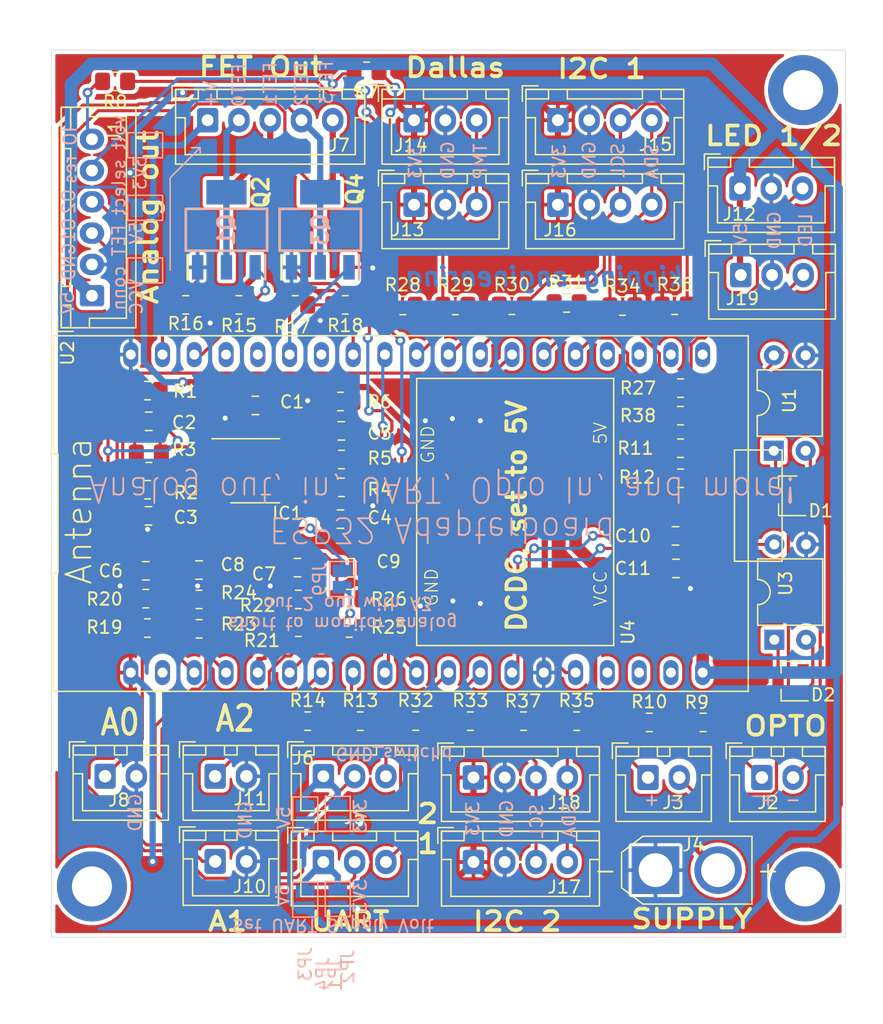
<source format=kicad_pcb>
(kicad_pcb (version 20171130) (host pcbnew "(5.1.9)-1")
  (layers (0 F.Cu signal) (31 B.Cu signal) (34 B.Paste user) (35 F.Paste user hide) (36 B.SilkS user hide) (37 F.SilkS user) (38 B.Mask user hide) (39 F.Mask user hide) (44 Edge.Cuts user))
  (net 0 "")
  (net 1 GND)
  (net 2 VCC)
  (net 3 "Net-(C2-Pad2)")
  (net 4 "Net-(C3-Pad1)")
  (net 5 "Net-(C4-Pad1)")
  (net 6 "Net-(C5-Pad2)")
  (net 7 A0)
  (net 8 A2)
  (net 9 A1)
  (net 10 A3)
  (net 11 "Net-(J1-Pad6)")
  (net 12 "Net-(J1-Pad5)")
  (net 13 +5V)
  (net 14 "Net-(J2-Pad1)")
  (net 15 "Net-(J3-Pad1)")
  (net 16 "Net-(J5-Pad3)")
  (net 17 FET_OUT_2)
  (net 18 "Net-(J5-Pad1)")
  (net 19 "Net-(J6-Pad3)")
  (net 20 FET_OUT_3)
  (net 21 "Net-(J6-Pad1)")
  (net 22 "Net-(J7-Pad3)")
  (net 23 "Net-(J7-Pad2)")
  (net 24 "Net-(J7-Pad1)")
  (net 25 "Net-(J8-Pad1)")
  (net 26 "Net-(J10-Pad1)")
  (net 27 "Net-(J11-Pad1)")
  (net 28 "Net-(J12-Pad3)")
  (net 29 "Net-(J13-Pad3)")
  (net 30 +3V3)
  (net 31 "Net-(J15-Pad4)")
  (net 32 "Net-(J15-Pad3)")
  (net 33 "Net-(J17-Pad4)")
  (net 34 "Net-(J17-Pad3)")
  (net 35 FET_0)
  (net 36 FET_1)
  (net 37 FET_2)
  (net 38 FET_3)
  (net 39 PWM1)
  (net 40 PWM2)
  (net 41 IO1)
  (net 42 IO2)
  (net 43 OPTO_IN_1)
  (net 44 OPTO_IN_2)
  (net 45 UART_A)
  (net 46 UART_B)
  (net 47 LED)
  (net 48 DALLAS)
  (net 49 SCL_1)
  (net 50 SDA_1)
  (net 51 SCL_2)
  (net 52 SDA_2)
  (net 53 "Net-(U2-Pad20)")
  (net 54 "Net-(U2-Pad18)")
  (net 55 "Net-(U2-Pad21)")
  (net 56 "Net-(U2-Pad17)")
  (net 57 "Net-(U2-Pad22)")
  (net 58 "Net-(U2-Pad16)")
  (net 59 "Net-(U2-Pad23)")
  (net 60 "Net-(U2-Pad32)")
  (net 61 "Net-(U2-Pad34)")
  (net 62 "Net-(U2-Pad35)")
  (net 63 "Net-(U2-Pad2)")
  (net 64 OUT_M1)
  (net 65 OUT_M2)
  (net 66 "Net-(J19-Pad3)")
  (net 67 LED2)
  (net 68 "Net-(D1-Pad3)")
  (net 69 "Net-(D1-Pad2)")
  (net 70 "Net-(D1-Pad1)")
  (net 71 "Net-(D2-Pad3)")
  (net 72 "Net-(D2-Pad2)")
  (net 73 "Net-(D2-Pad1)")
  (module MountingHole:MountingHole_3.2mm_M3_DIN965_Pad (layer F.Cu) (at 74.75 84.2)
    (fp_text reference H4 (at 0 -0.25) (layer F.SilkS))
    (fp_text value MountingHole)
    (pad 1 thru_hole circle (at 0 0) (size 5.6 5.6) (drill 3.2) (layers *.Cu *.Mask))
  )
  (module MountingHole:MountingHole_3.2mm_M3_DIN965_Pad (layer F.Cu) (at 131.75 84.2)
    (fp_text reference H3 (at 0 0) (layer F.SilkS))
    (fp_text value MountingHole)
    (pad 1 thru_hole circle (at 0 0) (size 5.6 5.6) (drill 3.2) (layers *.Cu *.Mask))
  )
  (module MountingHole:MountingHole_3.2mm_M3_DIN965_Pad (layer F.Cu) (at 131.6 20.6)
    (fp_text reference H2 (at 0 0) (layer F.SilkS))
    (fp_text value MountingHole)
    (pad 1 thru_hole circle (at 0 0) (size 5.6 5.6) (drill 3.2) (layers *.Cu *.Mask))
  )
  (module my:ESP32_NODEMCU (layer F.Cu) (at 100.711 54.4195)
    (fp_text reference U2 (at -27.911 -12.8195 90) (layer F.SilkS))
    (fp_text value NodeMCU32)
    (fp_text user Antenna (at -27 -0.2 90) (layer F.SilkS) (effects (font (size 2 2))))
    (pad 19 thru_hole oval (at 22.86 12.7) (size 1.2 2) (drill 0.8) (layers *.Cu *.Mask) (net 13 +5V))
    (pad 20 thru_hole oval (at 22.86 -12.7) (size 1.2 2) (drill 0.8) (layers *.Cu *.Mask) (net 53 "Net-(U2-Pad20)"))
    (pad 18 thru_hole oval (at 20.32 12.7) (size 1.2 2) (drill 0.8) (layers *.Cu *.Mask) (net 54 "Net-(U2-Pad18)"))
    (pad 21 thru_hole oval (at 20.32 -12.7) (size 1.2 2) (drill 0.8) (layers *.Cu *.Mask) (net 55 "Net-(U2-Pad21)"))
    (pad 17 thru_hole oval (at 17.78 12.7) (size 1.2 2) (drill 0.8) (layers *.Cu *.Mask) (net 56 "Net-(U2-Pad17)"))
    (pad 22 thru_hole oval (at 17.78 -12.7) (size 1.2 2) (drill 0.8) (layers *.Cu *.Mask) (net 57 "Net-(U2-Pad22)"))
    (pad 16 thru_hole oval (at 15.24 12.7) (size 1.2 2) (drill 0.8) (layers *.Cu *.Mask) (net 58 "Net-(U2-Pad16)"))
    (pad 23 thru_hole oval (at 15.24 -12.7) (size 1.2 2) (drill 0.8) (layers *.Cu *.Mask) (net 59 "Net-(U2-Pad23)"))
    (pad 15 thru_hole oval (at 12.7 12.7) (size 1.2 2) (drill 0.8) (layers *.Cu *.Mask) (net 43 OPTO_IN_1))
    (pad 24 thru_hole oval (at 12.7 -12.7) (size 1.2 2) (drill 0.8) (layers *.Cu *.Mask) (net 47 LED))
    (pad 14 thru_hole oval (at 10.16 12.7) (size 1.2 2) (drill 0.8) (layers *.Cu *.Mask) (net 1 GND))
    (pad 25 thru_hole oval (at 10.16 -12.7) (size 1.2 2) (drill 0.8) (layers *.Cu *.Mask) (net 67 LED2))
    (pad 13 thru_hole oval (at 7.62 12.7) (size 1.2 2) (drill 0.8) (layers *.Cu *.Mask) (net 44 OPTO_IN_2))
    (pad 26 thru_hole oval (at 7.62 -12.7) (size 1.2 2) (drill 0.8) (layers *.Cu *.Mask) (net 39 PWM1))
    (pad 12 thru_hole oval (at 5.08 12.7) (size 1.2 2) (drill 0.8) (layers *.Cu *.Mask) (net 52 SDA_2))
    (pad 27 thru_hole oval (at 5.08 -12.7) (size 1.2 2) (drill 0.8) (layers *.Cu *.Mask) (net 50 SDA_1))
    (pad 11 thru_hole oval (at 2.54 12.7) (size 1.2 2) (drill 0.8) (layers *.Cu *.Mask) (net 51 SCL_2))
    (pad 28 thru_hole oval (at 2.54 -12.7) (size 1.2 2) (drill 0.8) (layers *.Cu *.Mask) (net 49 SCL_1))
    (pad 10 thru_hole oval (at 0 12.7) (size 1.2 2) (drill 0.8) (layers *.Cu *.Mask) (net 41 IO1))
    (pad 29 thru_hole oval (at 0 -12.7) (size 1.2 2) (drill 0.8) (layers *.Cu *.Mask) (net 48 DALLAS))
    (pad 9 thru_hole oval (at -2.54 12.7) (size 1.2 2) (drill 0.8) (layers *.Cu *.Mask) (net 42 IO2))
    (pad 30 thru_hole oval (at -2.54 -12.7) (size 1.2 2) (drill 0.8) (layers *.Cu *.Mask) (net 40 PWM2))
    (pad 8 thru_hole oval (at -5.08 12.7) (size 1.2 2) (drill 0.8) (layers *.Cu *.Mask) (net 45 UART_A))
    (pad 31 thru_hole oval (at -5.08 -12.7) (size 1.2 2) (drill 0.8) (layers *.Cu *.Mask) (net 38 FET_3))
    (pad 7 thru_hole oval (at -7.62 12.7) (size 1.2 2) (drill 0.8) (layers *.Cu *.Mask) (net 46 UART_B))
    (pad 32 thru_hole oval (at -7.62 -12.7) (size 1.2 2) (drill 0.8) (layers *.Cu *.Mask) (net 60 "Net-(U2-Pad32)"))
    (pad 6 thru_hole oval (at -10.16 12.7) (size 1.2 2) (drill 0.8) (layers *.Cu *.Mask) (net 10 A3))
    (pad 33 thru_hole oval (at -10.16 -12.7) (size 1.2 2) (drill 0.8) (layers *.Cu *.Mask) (net 37 FET_2))
    (pad 5 thru_hole oval (at -12.7 12.7) (size 1.2 2) (drill 0.8) (layers *.Cu *.Mask) (net 8 A2))
    (pad 34 thru_hole oval (at -12.7 -12.7) (size 1.2 2) (drill 0.8) (layers *.Cu *.Mask) (net 61 "Net-(U2-Pad34)"))
    (pad 4 thru_hole oval (at -15.24 12.7) (size 1.2 2) (drill 0.8) (layers *.Cu *.Mask) (net 9 A1))
    (pad 35 thru_hole oval (at -15.24 -12.7) (size 1.2 2) (drill 0.8) (layers *.Cu *.Mask) (net 62 "Net-(U2-Pad35)"))
    (pad 3 thru_hole oval (at -17.78 12.7) (size 1.2 2) (drill 0.8) (layers *.Cu *.Mask) (net 7 A0))
    (pad 36 thru_hole oval (at -17.78 -12.7) (size 1.2 2) (drill 0.8) (layers *.Cu *.Mask) (net 35 FET_0))
    (pad 2 thru_hole oval (at -20.32 12.7) (size 1.2 2) (drill 0.8) (layers *.Cu *.Mask) (net 63 "Net-(U2-Pad2)"))
    (pad 37 thru_hole oval (at -20.32 -12.7) (size 1.2 2) (drill 0.8) (layers *.Cu *.Mask) (net 36 FET_1))
    (pad 1 thru_hole oval (at -22.86 12.7) (size 1.2 2) (drill 0.8) (layers *.Cu *.Mask) (net 30 +3V3))
    (pad 38 thru_hole oval (at -22.86 -12.7) (size 1.2 2) (drill 0.8) (layers *.Cu *.Mask) (net 1 GND))
  )
  (module Package_TO_SOT_SMD:SOT-23 (layer F.Cu) (at 130.6 67.8 180)
    (fp_text reference D2 (at -2.6 -1.1) (layer F.SilkS))
    (fp_text value BAS21)
    (pad 3 smd rect (at 1 0 180) (size 0.9 0.8) (layers F.Cu F.Paste F.Mask) (net 71 "Net-(D2-Pad3)"))
    (pad 2 smd rect (at -1 0.95 180) (size 0.9 0.8) (layers F.Cu F.Paste F.Mask) (net 72 "Net-(D2-Pad2)"))
    (pad 1 smd rect (at -1 -0.95 180) (size 0.9 0.8) (layers F.Cu F.Paste F.Mask) (net 73 "Net-(D2-Pad1)"))
  )
  (module Package_TO_SOT_SMD:SOT-23 (layer F.Cu) (at 130.4 53 180)
    (fp_text reference D1 (at -2.6 -1.2) (layer F.SilkS))
    (fp_text value BAS21)
    (pad 3 smd rect (at 1 0 180) (size 0.9 0.8) (layers F.Cu F.Paste F.Mask) (net 68 "Net-(D1-Pad3)"))
    (pad 2 smd rect (at -1 0.95 180) (size 0.9 0.8) (layers F.Cu F.Paste F.Mask) (net 69 "Net-(D1-Pad2)"))
    (pad 1 smd rect (at -1 -0.95 180) (size 0.9 0.8) (layers F.Cu F.Paste F.Mask) (net 70 "Net-(D1-Pad1)"))
  )
  (module Resistor_SMD:R_0805_2012Metric_Pad1.20x1.40mm_HandSolder (layer F.Cu) (at 121.8 46.6 180)
    (fp_text reference R38 (at 3.4 0) (layer F.SilkS))
    (fp_text value 100)
    (pad 2 smd roundrect (at 1 0 180) (size 1.2 1.4) (layers F.Cu F.Paste F.Mask) (roundrect_rratio 0.208333) (net 67 LED2))
    (pad 1 smd roundrect (at -1 0 180) (size 1.2 1.4) (layers F.Cu F.Paste F.Mask) (roundrect_rratio 0.208333) (net 66 "Net-(J19-Pad3)"))
  )
  (module Connector_JST:JST_XH_B3B-XH-A_1x03_P2.50mm_Vertical (layer F.Cu) (at 126.619 35.3695)
    (fp_text reference J19 (at 0.131 1.8805) (layer F.SilkS))
    (fp_text value LED)
    (pad 3 thru_hole oval (at 5 0) (size 1.7 1.95) (drill 0.95) (layers *.Cu *.Mask) (net 66 "Net-(J19-Pad3)"))
    (pad 2 thru_hole oval (at 2.5 0) (size 1.7 1.95) (drill 0.95) (layers *.Cu *.Mask) (net 1 GND))
    (pad 1 thru_hole roundrect (at 0 0) (size 1.7 1.95) (drill 0.95) (layers *.Cu *.Mask) (roundrect_rratio 0.147059) (net 13 +5V))
  )
  (module my:DCDC_1A_module_SMD (layer F.Cu) (at 107.315 55.3085 270)
    (fp_text reference U4 (at 8.5915 -10.285 90) (layer F.SilkS))
    (fp_text value DCDC_1A_Module)
    (pad 1 smd rect (at 8.09 -6.05 270) (size 2 6) (layers F.Cu F.Paste F.Mask) (net 2 VCC))
    (pad 3 smd rect (at 8.14 3.55 270) (size 2 6) (layers F.Cu F.Paste F.Mask) (net 1 GND))
    (pad 2 smd rect (at -10.2 -6.1 270) (size 2 6) (layers F.Cu F.Paste F.Mask) (net 13 +5V))
    (pad 3 smd rect (at -10.16 3.75 270) (size 2 6) (layers F.Cu F.Paste F.Mask) (net 1 GND))
  )
  (module Jumper:SolderJumper-2_P1.3mm_Open_Pad1.0x1.5mm (layer B.Cu) (at 94.75 59.65 270)
    (fp_text reference JP9 (at 0 1.8 270) (layer B.SilkS) (effects (justify mirror)))
    (fp_text value OUT_M2)
    (pad 1 smd rect (at -0.65 0 270) (size 1 1.5) (layers B.Cu B.Mask) (net 65 OUT_M2))
    (pad 2 smd rect (at 0.65 0 270) (size 1 1.5) (layers B.Cu B.Mask) (net 27 "Net-(J11-Pad1)"))
  )
  (module Capacitor_SMD:C_0805_2012Metric_Pad1.18x1.45mm_HandSolder (layer F.Cu) (at 121.4375 58.8)
    (fp_text reference C11 (at -3.4375 0) (layer F.SilkS))
    (fp_text value 100n)
    (pad 2 smd roundrect (at 1.0375 0) (size 1.175 1.45) (layers F.Cu F.Paste F.Mask) (roundrect_rratio 0.212766) (net 1 GND))
    (pad 1 smd roundrect (at -1.0375 0) (size 1.175 1.45) (layers F.Cu F.Paste F.Mask) (roundrect_rratio 0.212766) (net 44 OPTO_IN_2))
  )
  (module Capacitor_SMD:C_0805_2012Metric_Pad1.18x1.45mm_HandSolder (layer F.Cu) (at 121.4 56.2)
    (fp_text reference C10 (at -3.4 0) (layer F.SilkS))
    (fp_text value 100n)
    (pad 2 smd roundrect (at 1.0375 0) (size 1.175 1.45) (layers F.Cu F.Paste F.Mask) (roundrect_rratio 0.212766) (net 1 GND))
    (pad 1 smd roundrect (at -1.0375 0) (size 1.175 1.45) (layers F.Cu F.Paste F.Mask) (roundrect_rratio 0.212766) (net 43 OPTO_IN_1))
  )
  (module Package_DIP:DIP-4_W7.62mm (layer F.Cu) (at 129.3 64.5 90)
    (fp_text reference U3 (at 4.5 0.9 90) (layer F.SilkS))
    (fp_text value PC817)
    (pad 4 thru_hole oval (at 7.62 0 90) (size 1.6 1.6) (drill 0.8) (layers *.Cu *.Mask) (net 44 OPTO_IN_2))
    (pad 2 thru_hole oval (at 0 2.54 90) (size 1.6 1.6) (drill 0.8) (layers *.Cu *.Mask) (net 73 "Net-(D2-Pad1)"))
    (pad 3 thru_hole oval (at 7.62 2.54 90) (size 1.6 1.6) (drill 0.8) (layers *.Cu *.Mask) (net 1 GND))
    (pad 1 thru_hole rect (at 0 0 90) (size 1.6 1.6) (drill 0.8) (layers *.Cu *.Mask) (net 71 "Net-(D2-Pad3)"))
  )
  (module Package_DIP:DIP-4_W7.62mm (layer F.Cu) (at 129.26 49.4 90)
    (fp_text reference U1 (at 4 1.24 90) (layer F.SilkS))
    (fp_text value PC817)
    (pad 4 thru_hole oval (at 7.62 0 90) (size 1.6 1.6) (drill 0.8) (layers *.Cu *.Mask) (net 43 OPTO_IN_1))
    (pad 2 thru_hole oval (at 0 2.54 90) (size 1.6 1.6) (drill 0.8) (layers *.Cu *.Mask) (net 70 "Net-(D1-Pad1)"))
    (pad 3 thru_hole oval (at 7.62 2.54 90) (size 1.6 1.6) (drill 0.8) (layers *.Cu *.Mask) (net 1 GND))
    (pad 1 thru_hole rect (at 0 0 90) (size 1.6 1.6) (drill 0.8) (layers *.Cu *.Mask) (net 68 "Net-(D1-Pad3)"))
  )
  (module Resistor_SMD:R_0805_2012Metric_Pad1.20x1.40mm_HandSolder (layer F.Cu) (at 109.25 71 180)
    (fp_text reference R37 (at 0.05 1.6) (layer F.SilkS))
    (fp_text value 4k7)
    (pad 2 smd roundrect (at 1 0 180) (size 1.2 1.4) (layers F.Cu F.Paste F.Mask) (roundrect_rratio 0.208333) (net 34 "Net-(J17-Pad3)"))
    (pad 1 smd roundrect (at -1 0 180) (size 1.2 1.4) (layers F.Cu F.Paste F.Mask) (roundrect_rratio 0.208333) (net 30 +3V3))
  )
  (module Resistor_SMD:R_0805_2012Metric_Pad1.20x1.40mm_HandSolder (layer F.Cu) (at 121.3325 37.7825)
    (fp_text reference R36 (at 0 -1.65) (layer F.SilkS))
    (fp_text value 4k7)
    (pad 2 smd roundrect (at 1 0) (size 1.2 1.4) (layers F.Cu F.Paste F.Mask) (roundrect_rratio 0.208333) (net 32 "Net-(J15-Pad3)"))
    (pad 1 smd roundrect (at -1 0) (size 1.2 1.4) (layers F.Cu F.Paste F.Mask) (roundrect_rratio 0.208333) (net 30 +3V3))
  )
  (module Resistor_SMD:R_0805_2012Metric_Pad1.20x1.40mm_HandSolder (layer F.Cu) (at 113.5 71)
    (fp_text reference R35 (at 0 -1.65) (layer F.SilkS))
    (fp_text value 4k7)
    (pad 2 smd roundrect (at 1 0) (size 1.2 1.4) (layers F.Cu F.Paste F.Mask) (roundrect_rratio 0.208333) (net 33 "Net-(J17-Pad4)"))
    (pad 1 smd roundrect (at -1 0) (size 1.2 1.4) (layers F.Cu F.Paste F.Mask) (roundrect_rratio 0.208333) (net 30 +3V3))
  )
  (module Resistor_SMD:R_0805_2012Metric_Pad1.20x1.40mm_HandSolder (layer F.Cu) (at 117.1575 37.846 180)
    (fp_text reference R34 (at 0 1.596) (layer F.SilkS))
    (fp_text value 4k7)
    (pad 2 smd roundrect (at 1 0 180) (size 1.2 1.4) (layers F.Cu F.Paste F.Mask) (roundrect_rratio 0.208333) (net 31 "Net-(J15-Pad4)"))
    (pad 1 smd roundrect (at -1 0 180) (size 1.2 1.4) (layers F.Cu F.Paste F.Mask) (roundrect_rratio 0.208333) (net 30 +3V3))
  )
  (module Resistor_SMD:R_0805_2012Metric_Pad1.20x1.40mm_HandSolder (layer F.Cu) (at 105 71)
    (fp_text reference R33 (at 0 -1.65) (layer F.SilkS))
    (fp_text value 47)
    (pad 2 smd roundrect (at 1 0) (size 1.2 1.4) (layers F.Cu F.Paste F.Mask) (roundrect_rratio 0.208333) (net 33 "Net-(J17-Pad4)"))
    (pad 1 smd roundrect (at -1 0) (size 1.2 1.4) (layers F.Cu F.Paste F.Mask) (roundrect_rratio 0.208333) (net 52 SDA_2))
  )
  (module Resistor_SMD:R_0805_2012Metric_Pad1.20x1.40mm_HandSolder (layer F.Cu) (at 100.6315 70.993)
    (fp_text reference R32 (at 0 -1.65) (layer F.SilkS))
    (fp_text value 47)
    (pad 2 smd roundrect (at 1 0) (size 1.2 1.4) (layers F.Cu F.Paste F.Mask) (roundrect_rratio 0.208333) (net 34 "Net-(J17-Pad3)"))
    (pad 1 smd roundrect (at -1 0) (size 1.2 1.4) (layers F.Cu F.Paste F.Mask) (roundrect_rratio 0.208333) (net 51 SCL_2))
  )
  (module Resistor_SMD:R_0805_2012Metric_Pad1.20x1.40mm_HandSolder (layer F.Cu) (at 112.6965 37.6)
    (fp_text reference R31 (at 0 -1.65) (layer F.SilkS))
    (fp_text value 47)
    (pad 2 smd roundrect (at 1 0) (size 1.2 1.4) (layers F.Cu F.Paste F.Mask) (roundrect_rratio 0.208333) (net 31 "Net-(J15-Pad4)"))
    (pad 1 smd roundrect (at -1 0) (size 1.2 1.4) (layers F.Cu F.Paste F.Mask) (roundrect_rratio 0.208333) (net 50 SDA_1))
  )
  (module Resistor_SMD:R_0805_2012Metric_Pad1.20x1.40mm_HandSolder (layer F.Cu) (at 108.315 37.7825)
    (fp_text reference R30 (at 0 -1.65) (layer F.SilkS))
    (fp_text value 47)
    (pad 2 smd roundrect (at 1 0) (size 1.2 1.4) (layers F.Cu F.Paste F.Mask) (roundrect_rratio 0.208333) (net 32 "Net-(J15-Pad3)"))
    (pad 1 smd roundrect (at -1 0) (size 1.2 1.4) (layers F.Cu F.Paste F.Mask) (roundrect_rratio 0.208333) (net 49 SCL_1))
  )
  (module Resistor_SMD:R_0805_2012Metric_Pad1.20x1.40mm_HandSolder (layer F.Cu) (at 103.8 37.8)
    (fp_text reference R29 (at 0 -1.65) (layer F.SilkS))
    (fp_text value 100)
    (pad 2 smd roundrect (at 1 0) (size 1.2 1.4) (layers F.Cu F.Paste F.Mask) (roundrect_rratio 0.208333) (net 48 DALLAS))
    (pad 1 smd roundrect (at -1 0) (size 1.2 1.4) (layers F.Cu F.Paste F.Mask) (roundrect_rratio 0.208333) (net 29 "Net-(J13-Pad3)"))
  )
  (module Resistor_SMD:R_0805_2012Metric_Pad1.20x1.40mm_HandSolder (layer F.Cu) (at 99.6 37.8)
    (fp_text reference R28 (at 0 -1.65) (layer F.SilkS))
    (fp_text value 4k7)
    (pad 2 smd roundrect (at 1 0) (size 1.2 1.4) (layers F.Cu F.Paste F.Mask) (roundrect_rratio 0.208333) (net 29 "Net-(J13-Pad3)"))
    (pad 1 smd roundrect (at -1 0) (size 1.2 1.4) (layers F.Cu F.Paste F.Mask) (roundrect_rratio 0.208333) (net 30 +3V3))
  )
  (module Resistor_SMD:R_0805_2012Metric_Pad1.20x1.40mm_HandSolder (layer F.Cu) (at 121.8 44.4 180)
    (fp_text reference R27 (at 3.4 0) (layer F.SilkS))
    (fp_text value 100)
    (pad 2 smd roundrect (at 1 0 180) (size 1.2 1.4) (layers F.Cu F.Paste F.Mask) (roundrect_rratio 0.208333) (net 47 LED))
    (pad 1 smd roundrect (at -1 0 180) (size 1.2 1.4) (layers F.Cu F.Paste F.Mask) (roundrect_rratio 0.208333) (net 28 "Net-(J12-Pad3)"))
  )
  (module Resistor_SMD:R_0805_2012Metric_Pad1.20x1.40mm_HandSolder (layer F.Cu) (at 95.3295 61.214 180)
    (fp_text reference R26 (at -3.1705 -0.036) (layer F.SilkS))
    (fp_text value 47k)
    (pad 2 smd roundrect (at 1 0 180) (size 1.2 1.4) (layers F.Cu F.Paste F.Mask) (roundrect_rratio 0.208333) (net 1 GND))
    (pad 1 smd roundrect (at -1 0 180) (size 1.2 1.4) (layers F.Cu F.Paste F.Mask) (roundrect_rratio 0.208333) (net 10 A3))
  )
  (module Resistor_SMD:R_0805_2012Metric_Pad1.20x1.40mm_HandSolder (layer F.Cu) (at 95.3135 63.5635)
    (fp_text reference R25 (at 3.1865 -0.0635) (layer F.SilkS))
    (fp_text value 400k)
    (pad 2 smd roundrect (at 1 0) (size 1.2 1.4) (layers F.Cu F.Paste F.Mask) (roundrect_rratio 0.208333) (net 10 A3))
    (pad 1 smd roundrect (at -1 0) (size 1.2 1.4) (layers F.Cu F.Paste F.Mask) (roundrect_rratio 0.208333) (net 27 "Net-(J11-Pad1)"))
  )
  (module Resistor_SMD:R_0805_2012Metric_Pad1.20x1.40mm_HandSolder (layer F.Cu) (at 83.312 61.2775 180)
    (fp_text reference R24 (at -3.188 0.5275) (layer F.SilkS))
    (fp_text value 47k)
    (pad 2 smd roundrect (at 1 0 180) (size 1.2 1.4) (layers F.Cu F.Paste F.Mask) (roundrect_rratio 0.208333) (net 1 GND))
    (pad 1 smd roundrect (at -1 0 180) (size 1.2 1.4) (layers F.Cu F.Paste F.Mask) (roundrect_rratio 0.208333) (net 9 A1))
  )
  (module Resistor_SMD:R_0805_2012Metric_Pad1.20x1.40mm_HandSolder (layer F.Cu) (at 83.312 63.627)
    (fp_text reference R23 (at 3.188 -0.377) (layer F.SilkS))
    (fp_text value 400k)
    (pad 2 smd roundrect (at 1 0) (size 1.2 1.4) (layers F.Cu F.Paste F.Mask) (roundrect_rratio 0.208333) (net 9 A1))
    (pad 1 smd roundrect (at -1 0) (size 1.2 1.4) (layers F.Cu F.Paste F.Mask) (roundrect_rratio 0.208333) (net 26 "Net-(J10-Pad1)"))
  )
  (module Resistor_SMD:R_0805_2012Metric_Pad1.20x1.40mm_HandSolder (layer F.Cu) (at 91.2495 61.2775 180)
    (fp_text reference R22 (at 3.2495 -0.4725) (layer F.SilkS))
    (fp_text value 47k)
    (pad 2 smd roundrect (at 1 0 180) (size 1.2 1.4) (layers F.Cu F.Paste F.Mask) (roundrect_rratio 0.208333) (net 1 GND))
    (pad 1 smd roundrect (at -1 0 180) (size 1.2 1.4) (layers F.Cu F.Paste F.Mask) (roundrect_rratio 0.208333) (net 8 A2))
  )
  (module Resistor_SMD:R_0805_2012Metric_Pad1.20x1.40mm_HandSolder (layer F.Cu) (at 91.25 63.5)
    (fp_text reference R21 (at -2.92 1.0595) (layer F.SilkS))
    (fp_text value 400k)
    (pad 2 smd roundrect (at 1 0) (size 1.2 1.4) (layers F.Cu F.Paste F.Mask) (roundrect_rratio 0.208333) (net 8 A2))
    (pad 1 smd roundrect (at -1 0) (size 1.2 1.4) (layers F.Cu F.Paste F.Mask) (roundrect_rratio 0.208333) (net 64 OUT_M1))
  )
  (module Resistor_SMD:R_0805_2012Metric_Pad1.20x1.40mm_HandSolder (layer F.Cu) (at 79.0575 61.214 180)
    (fp_text reference R20 (at 3.3075 -0.036) (layer F.SilkS))
    (fp_text value 47k)
    (pad 2 smd roundrect (at 1 0 180) (size 1.2 1.4) (layers F.Cu F.Paste F.Mask) (roundrect_rratio 0.208333) (net 1 GND))
    (pad 1 smd roundrect (at -1 0 180) (size 1.2 1.4) (layers F.Cu F.Paste F.Mask) (roundrect_rratio 0.208333) (net 7 A0))
  )
  (module Resistor_SMD:R_0805_2012Metric_Pad1.20x1.40mm_HandSolder (layer F.Cu) (at 79.1845 63.5635)
    (fp_text reference R19 (at -3.4345 -0.0635) (layer F.SilkS))
    (fp_text value 400k)
    (pad 2 smd roundrect (at 1 0) (size 1.2 1.4) (layers F.Cu F.Paste F.Mask) (roundrect_rratio 0.208333) (net 7 A0))
    (pad 1 smd roundrect (at -1 0) (size 1.2 1.4) (layers F.Cu F.Paste F.Mask) (roundrect_rratio 0.208333) (net 25 "Net-(J8-Pad1)"))
  )
  (module Resistor_SMD:R_0805_2012Metric_Pad1.20x1.40mm_HandSolder (layer F.Cu) (at 95 37.75 180)
    (fp_text reference R18 (at 0 -1.65) (layer F.SilkS))
    (fp_text value 4k7)
    (pad 2 smd roundrect (at 1 0 180) (size 1.2 1.4) (layers F.Cu F.Paste F.Mask) (roundrect_rratio 0.208333) (net 1 GND))
    (pad 1 smd roundrect (at -1 0 180) (size 1.2 1.4) (layers F.Cu F.Paste F.Mask) (roundrect_rratio 0.208333) (net 38 FET_3))
  )
  (module Resistor_SMD:R_0805_2012Metric_Pad1.20x1.40mm_HandSolder (layer F.Cu) (at 91 37.75)
    (fp_text reference R17 (at -0.25 1.75) (layer F.SilkS))
    (fp_text value 4k7)
    (pad 2 smd roundrect (at 1 0) (size 1.2 1.4) (layers F.Cu F.Paste F.Mask) (roundrect_rratio 0.208333) (net 1 GND))
    (pad 1 smd roundrect (at -1 0) (size 1.2 1.4) (layers F.Cu F.Paste F.Mask) (roundrect_rratio 0.208333) (net 37 FET_2))
  )
  (module Resistor_SMD:R_0805_2012Metric_Pad1.20x1.40mm_HandSolder (layer F.Cu) (at 82.25 37.75)
    (fp_text reference R16 (at 0 1.5) (layer F.SilkS))
    (fp_text value 4k7)
    (pad 2 smd roundrect (at 1 0) (size 1.2 1.4) (layers F.Cu F.Paste F.Mask) (roundrect_rratio 0.208333) (net 1 GND))
    (pad 1 smd roundrect (at -1 0) (size 1.2 1.4) (layers F.Cu F.Paste F.Mask) (roundrect_rratio 0.208333) (net 36 FET_1))
  )
  (module Resistor_SMD:R_0805_2012Metric_Pad1.20x1.40mm_HandSolder (layer F.Cu) (at 86.5 37.75 180)
    (fp_text reference R15 (at 0 -1.65) (layer F.SilkS))
    (fp_text value 4k7)
    (pad 2 smd roundrect (at 1 0 180) (size 1.2 1.4) (layers F.Cu F.Paste F.Mask) (roundrect_rratio 0.208333) (net 1 GND))
    (pad 1 smd roundrect (at -1 0 180) (size 1.2 1.4) (layers F.Cu F.Paste F.Mask) (roundrect_rratio 0.208333) (net 35 FET_0))
  )
  (module Resistor_SMD:R_0805_2012Metric_Pad1.20x1.40mm_HandSolder (layer F.Cu) (at 92 71)
    (fp_text reference R14 (at 0 -1.65) (layer F.SilkS))
    (fp_text value 100)
    (pad 2 smd roundrect (at 1 0) (size 1.2 1.4) (layers F.Cu F.Paste F.Mask) (roundrect_rratio 0.208333) (net 19 "Net-(J6-Pad3)"))
    (pad 1 smd roundrect (at -1 0) (size 1.2 1.4) (layers F.Cu F.Paste F.Mask) (roundrect_rratio 0.208333) (net 46 UART_B))
  )
  (module Resistor_SMD:R_0805_2012Metric_Pad1.20x1.40mm_HandSolder (layer F.Cu) (at 96.2 71)
    (fp_text reference R13 (at 0 -1.65) (layer F.SilkS))
    (fp_text value 100)
    (pad 2 smd roundrect (at 1 0) (size 1.2 1.4) (layers F.Cu F.Paste F.Mask) (roundrect_rratio 0.208333) (net 16 "Net-(J5-Pad3)"))
    (pad 1 smd roundrect (at -1 0) (size 1.2 1.4) (layers F.Cu F.Paste F.Mask) (roundrect_rratio 0.208333) (net 45 UART_A))
  )
  (module Resistor_SMD:R_0805_2012Metric_Pad1.20x1.40mm_HandSolder (layer F.Cu) (at 121.8 51.6)
    (fp_text reference R12 (at -3.482 -0.0855) (layer F.SilkS))
    (fp_text value 10k)
    (pad 2 smd roundrect (at 1 0) (size 1.2 1.4) (layers F.Cu F.Paste F.Mask) (roundrect_rratio 0.208333) (net 44 OPTO_IN_2))
    (pad 1 smd roundrect (at -1 0) (size 1.2 1.4) (layers F.Cu F.Paste F.Mask) (roundrect_rratio 0.208333) (net 30 +3V3))
  )
  (module Resistor_SMD:R_0805_2012Metric_Pad1.20x1.40mm_HandSolder (layer F.Cu) (at 121.8 49.2)
    (fp_text reference R11 (at -3.6 0) (layer F.SilkS))
    (fp_text value 10k)
    (pad 2 smd roundrect (at 1 0) (size 1.2 1.4) (layers F.Cu F.Paste F.Mask) (roundrect_rratio 0.208333) (net 43 OPTO_IN_1))
    (pad 1 smd roundrect (at -1 0) (size 1.2 1.4) (layers F.Cu F.Paste F.Mask) (roundrect_rratio 0.208333) (net 30 +3V3))
  )
  (module Resistor_SMD:R_0805_2012Metric_Pad1.20x1.40mm_HandSolder (layer F.Cu) (at 119.3 71.1)
    (fp_text reference R10 (at 0 -1.65) (layer F.SilkS))
    (fp_text value 4k7)
    (pad 2 smd roundrect (at 1 0) (size 1.2 1.4) (layers F.Cu F.Paste F.Mask) (roundrect_rratio 0.208333) (net 71 "Net-(D2-Pad3)"))
    (pad 1 smd roundrect (at -1 0) (size 1.2 1.4) (layers F.Cu F.Paste F.Mask) (roundrect_rratio 0.208333) (net 15 "Net-(J3-Pad1)"))
  )
  (module Resistor_SMD:R_0805_2012Metric_Pad1.20x1.40mm_HandSolder (layer F.Cu) (at 123.6 71.1 180)
    (fp_text reference R9 (at 0.5 1.6) (layer F.SilkS))
    (fp_text value 4k7)
    (pad 2 smd roundrect (at 1 0 180) (size 1.2 1.4) (layers F.Cu F.Paste F.Mask) (roundrect_rratio 0.208333) (net 68 "Net-(D1-Pad3)"))
    (pad 1 smd roundrect (at -1 0 180) (size 1.2 1.4) (layers F.Cu F.Paste F.Mask) (roundrect_rratio 0.208333) (net 14 "Net-(J2-Pad1)"))
  )
  (module Resistor_SMD:R_0805_2012Metric_Pad1.20x1.40mm_HandSolder (layer F.Cu) (at 76.6 19.9 180)
    (fp_text reference R8 (at 0 -1.65) (layer F.SilkS))
    (fp_text value 100)
    (pad 2 smd roundrect (at 1 0 180) (size 1.2 1.4) (layers F.Cu F.Paste F.Mask) (roundrect_rratio 0.208333) (net 11 "Net-(J1-Pad6)"))
    (pad 1 smd roundrect (at -1 0 180) (size 1.2 1.4) (layers F.Cu F.Paste F.Mask) (roundrect_rratio 0.208333) (net 42 IO2))
  )
  (module Resistor_SMD:R_0805_2012Metric_Pad1.20x1.40mm_HandSolder (layer F.Cu) (at 96.7 19.1 180)
    (fp_text reference R7 (at 0 -1.65) (layer F.SilkS))
    (fp_text value 100)
    (pad 2 smd roundrect (at 1 0 180) (size 1.2 1.4) (layers F.Cu F.Paste F.Mask) (roundrect_rratio 0.208333) (net 12 "Net-(J1-Pad5)"))
    (pad 1 smd roundrect (at -1 0 180) (size 1.2 1.4) (layers F.Cu F.Paste F.Mask) (roundrect_rratio 0.208333) (net 41 IO1))
  )
  (module Resistor_SMD:R_0805_2012Metric_Pad1.20x1.40mm_HandSolder (layer F.Cu) (at 94.615 45.466 180)
    (fp_text reference R6 (at -3.135 -0.034) (layer F.SilkS))
    (fp_text value 1k6)
    (pad 2 smd roundrect (at 1 0 180) (size 1.2 1.4) (layers F.Cu F.Paste F.Mask) (roundrect_rratio 0.208333) (net 1 GND))
    (pad 1 smd roundrect (at -1 0 180) (size 1.2 1.4) (layers F.Cu F.Paste F.Mask) (roundrect_rratio 0.208333) (net 6 "Net-(C5-Pad2)"))
  )
  (module Resistor_SMD:R_0805_2012Metric_Pad1.20x1.40mm_HandSolder (layer F.Cu) (at 94.6945 50.1015)
    (fp_text reference R5 (at 3.0555 -0.1015) (layer F.SilkS))
    (fp_text value 4k7)
    (pad 2 smd roundrect (at 1 0) (size 1.2 1.4) (layers F.Cu F.Paste F.Mask) (roundrect_rratio 0.208333) (net 6 "Net-(C5-Pad2)"))
    (pad 1 smd roundrect (at -1 0) (size 1.2 1.4) (layers F.Cu F.Paste F.Mask) (roundrect_rratio 0.208333) (net 65 OUT_M2))
  )
  (module Resistor_SMD:R_0805_2012Metric_Pad1.20x1.40mm_HandSolder (layer F.Cu) (at 94.6945 52.324)
    (fp_text reference R4 (at 3.0555 0.176) (layer F.SilkS))
    (fp_text value 10k)
    (pad 2 smd roundrect (at 1 0) (size 1.2 1.4) (layers F.Cu F.Paste F.Mask) (roundrect_rratio 0.208333) (net 40 PWM2))
    (pad 1 smd roundrect (at -1 0) (size 1.2 1.4) (layers F.Cu F.Paste F.Mask) (roundrect_rratio 0.208333) (net 5 "Net-(C4-Pad1)"))
  )
  (module Resistor_SMD:R_0805_2012Metric_Pad1.20x1.40mm_HandSolder (layer F.Cu) (at 79.3 49.6 180)
    (fp_text reference R3 (at -2.8315 0.3035) (layer F.SilkS))
    (fp_text value 4k7)
    (pad 2 smd roundrect (at 1 0 180) (size 1.2 1.4) (layers F.Cu F.Paste F.Mask) (roundrect_rratio 0.208333) (net 3 "Net-(C2-Pad2)"))
    (pad 1 smd roundrect (at -1 0 180) (size 1.2 1.4) (layers F.Cu F.Paste F.Mask) (roundrect_rratio 0.208333) (net 64 OUT_M1))
  )
  (module Resistor_SMD:R_0805_2012Metric_Pad1.20x1.40mm_HandSolder (layer F.Cu) (at 79.2 52.5145)
    (fp_text reference R2 (at 3.0655 0.2355) (layer F.SilkS))
    (fp_text value 10k)
    (pad 2 smd roundrect (at 1 0) (size 1.2 1.4) (layers F.Cu F.Paste F.Mask) (roundrect_rratio 0.208333) (net 4 "Net-(C3-Pad1)"))
    (pad 1 smd roundrect (at -1 0) (size 1.2 1.4) (layers F.Cu F.Paste F.Mask) (roundrect_rratio 0.208333) (net 39 PWM1))
  )
  (module Resistor_SMD:R_0805_2012Metric_Pad1.20x1.40mm_HandSolder (layer F.Cu) (at 79.2 44.6)
    (fp_text reference R1 (at 3.006 0.05) (layer F.SilkS))
    (fp_text value 1k6)
    (pad 2 smd roundrect (at 1 0) (size 1.2 1.4) (layers F.Cu F.Paste F.Mask) (roundrect_rratio 0.208333) (net 1 GND))
    (pad 1 smd roundrect (at -1 0) (size 1.2 1.4) (layers F.Cu F.Paste F.Mask) (roundrect_rratio 0.208333) (net 3 "Net-(C2-Pad2)"))
  )
  (module mouser:SOT230P700X180-4N (layer F.Cu) (at 93 31.75 90)
    (fp_text reference Q4 (at 3.25 2.75 90) (layer F.SilkS) (effects (font (size 1.27 1.27) (thickness 0.254))))
    (fp_text value BUK7880-55A_CUX hide)
    (pad 4 smd rect (at 3 0 90) (size 1.95 3.2) (layers F.Cu F.Paste F.Mask) (net 20 FET_OUT_3))
    (pad 3 smd rect (at -3 2.3 180) (size 0.9 1.95) (layers F.Cu F.Paste F.Mask) (net 1 GND))
    (pad 2 smd rect (at -3 0 180) (size 0.9 1.95) (layers F.Cu F.Paste F.Mask) (net 20 FET_OUT_3))
    (pad 1 smd rect (at -3 -2.3 180) (size 0.9 1.95) (layers F.Cu F.Paste F.Mask) (net 38 FET_3))
  )
  (module mouser:SOT230P700X180-4N (layer B.Cu) (at 93 31.75 90)
    (fp_text reference Q3 (at 0 0 90) (layer B.SilkS) (effects (font (size 1.27 1.27) (thickness 0.254)) (justify mirror)))
    (fp_text value BUK7880-55A_CUX hide)
    (pad 4 smd rect (at 3 0 90) (size 1.95 3.2) (layers B.Cu B.Paste B.Mask) (net 17 FET_OUT_2))
    (pad 3 smd rect (at -3 -2.3) (size 0.9 1.95) (layers B.Cu B.Paste B.Mask) (net 1 GND))
    (pad 2 smd rect (at -3 0) (size 0.9 1.95) (layers B.Cu B.Paste B.Mask) (net 17 FET_OUT_2))
    (pad 1 smd rect (at -3 2.3) (size 0.9 1.95) (layers B.Cu B.Paste B.Mask) (net 37 FET_2))
  )
  (module mouser:SOT230P700X180-4N (layer F.Cu) (at 85.5 31.75 90)
    (fp_text reference Q2 (at 3 2.75 90) (layer F.SilkS) (effects (font (size 1.27 1.27) (thickness 0.254))))
    (fp_text value BUK7880-55A_CUX hide)
    (pad 4 smd rect (at 3 0 90) (size 1.95 3.2) (layers F.Cu F.Paste F.Mask) (net 22 "Net-(J7-Pad3)"))
    (pad 3 smd rect (at -3 2.3 180) (size 0.9 1.95) (layers F.Cu F.Paste F.Mask) (net 1 GND))
    (pad 2 smd rect (at -3 0 180) (size 0.9 1.95) (layers F.Cu F.Paste F.Mask) (net 22 "Net-(J7-Pad3)"))
    (pad 1 smd rect (at -3 -2.3 180) (size 0.9 1.95) (layers F.Cu F.Paste F.Mask) (net 36 FET_1))
  )
  (module mouser:SOT230P700X180-4N (layer B.Cu) (at 85.5 31.75 90)
    (fp_text reference Q1 (at 0 0 90) (layer B.SilkS) (effects (font (size 1.27 1.27) (thickness 0.254)) (justify mirror)))
    (fp_text value BUK7880-55A_CUX hide)
    (pad 4 smd rect (at 3 0 90) (size 1.95 3.2) (layers B.Cu B.Paste B.Mask) (net 23 "Net-(J7-Pad2)"))
    (pad 3 smd rect (at -3 -2.3) (size 0.9 1.95) (layers B.Cu B.Paste B.Mask) (net 1 GND))
    (pad 2 smd rect (at -3 0) (size 0.9 1.95) (layers B.Cu B.Paste B.Mask) (net 23 "Net-(J7-Pad2)"))
    (pad 1 smd rect (at -3 2.3) (size 0.9 1.95) (layers B.Cu B.Paste B.Mask) (net 35 FET_0))
  )
  (module Jumper:SolderJumper-2_P1.3mm_Open_Pad1.0x1.5mm (layer B.Cu) (at 79 35)
    (fp_text reference JP7 (at -13.8 -3.4) (layer B.SilkS) (effects (justify mirror)))
    (fp_text value "VCCC sup")
    (pad 1 smd rect (at -0.65 0) (size 1 1.5) (layers B.Cu B.Mask) (net 2 VCC))
    (pad 2 smd rect (at 0.65 0) (size 1 1.5) (layers B.Cu B.Mask) (net 24 "Net-(J7-Pad1)"))
  )
  (module Jumper:SolderJumper-2_P1.3mm_Open_Pad1.0x1.5mm (layer B.Cu) (at 79 30)
    (fp_text reference JP6 (at -14.7 0) (layer B.SilkS) (effects (justify mirror)))
    (fp_text value "5V sup")
    (pad 1 smd rect (at -0.65 0) (size 1 1.5) (layers B.Cu B.Mask) (net 13 +5V))
    (pad 2 smd rect (at 0.65 0) (size 1 1.5) (layers B.Cu B.Mask) (net 24 "Net-(J7-Pad1)"))
  )
  (module Jumper:SolderJumper-2_P1.3mm_Open_Pad1.0x1.5mm (layer B.Cu) (at 79 25)
    (fp_text reference JP5 (at -14.3 3.1) (layer B.SilkS) (effects (justify mirror)))
    (fp_text value "3v3 Sup")
    (pad 1 smd rect (at -0.65 0) (size 1 1.5) (layers B.Cu B.Mask) (net 30 +3V3))
    (pad 2 smd rect (at 0.65 0) (size 1 1.5) (layers B.Cu B.Mask) (net 24 "Net-(J7-Pad1)"))
  )
  (module Jumper:SolderJumper-2_P1.3mm_Open_Pad1.0x1.5mm (layer B.Cu) (at 91.8 78.45 90)
    (fp_text reference JP4 (at -12.75 1.4 270) (layer B.SilkS) (effects (justify mirror)))
    (fp_text value 5V)
    (pad 1 smd rect (at -0.65 0 90) (size 1 1.5) (layers B.Cu B.Mask) (net 13 +5V))
    (pad 2 smd rect (at 0.65 0 90) (size 1 1.5) (layers B.Cu B.Mask) (net 21 "Net-(J6-Pad1)"))
  )
  (module Jumper:SolderJumper-2_P1.3mm_Open_Pad1.0x1.5mm (layer B.Cu) (at 91.8 85.25 90)
    (fp_text reference JP3 (at -5.15 0 270) (layer B.SilkS) (effects (justify mirror)))
    (fp_text value 5V)
    (pad 1 smd rect (at -0.65 0 90) (size 1 1.5) (layers B.Cu B.Mask) (net 13 +5V))
    (pad 2 smd rect (at 0.65 0 90) (size 1 1.5) (layers B.Cu B.Mask) (net 18 "Net-(J5-Pad1)"))
  )
  (module Jumper:SolderJumper-2_P1.3mm_Open_Pad1.0x1.5mm (layer B.Cu) (at 94.4 78.4 90)
    (fp_text reference JP2 (at -12.2 0.8 270) (layer B.SilkS) (effects (justify mirror)))
    (fp_text value 3V3)
    (pad 1 smd rect (at -0.65 0 90) (size 1 1.5) (layers B.Cu B.Mask) (net 30 +3V3))
    (pad 2 smd rect (at 0.65 0 90) (size 1 1.5) (layers B.Cu B.Mask) (net 21 "Net-(J6-Pad1)"))
  )
  (module Jumper:SolderJumper-2_P1.3mm_Open_Pad1.0x1.5mm (layer B.Cu) (at 94.4 85.2 90)
    (fp_text reference JP1 (at -6 -0.2 270) (layer B.SilkS) (effects (justify mirror)))
    (fp_text value 3V3)
    (pad 1 smd rect (at -0.65 0 90) (size 1 1.5) (layers B.Cu B.Mask) (net 30 +3V3))
    (pad 2 smd rect (at 0.65 0 90) (size 1 1.5) (layers B.Cu B.Mask) (net 18 "Net-(J5-Pad1)"))
  )
  (module Connector_JST:JST_XH_B4B-XH-A_1x04_P2.50mm_Vertical (layer F.Cu) (at 105.25 75.5)
    (fp_text reference J18 (at 7.25 2) (layer F.SilkS))
    (fp_text value TWI_2)
    (pad 4 thru_hole oval (at 7.5 0) (size 1.7 1.95) (drill 0.95) (layers *.Cu *.Mask) (net 33 "Net-(J17-Pad4)"))
    (pad 3 thru_hole oval (at 5 0) (size 1.7 1.95) (drill 0.95) (layers *.Cu *.Mask) (net 34 "Net-(J17-Pad3)"))
    (pad 2 thru_hole oval (at 2.5 0) (size 1.7 1.95) (drill 0.95) (layers *.Cu *.Mask) (net 1 GND))
    (pad 1 thru_hole roundrect (at 0 0) (size 1.7 1.95) (drill 0.95) (layers *.Cu *.Mask) (roundrect_rratio 0.147059) (net 30 +3V3))
  )
  (module Connector_JST:JST_XH_B4B-XH-A_1x04_P2.50mm_Vertical (layer F.Cu) (at 105.25 82.25)
    (fp_text reference J17 (at 7.25 2) (layer F.SilkS))
    (fp_text value TWI_2)
    (pad 4 thru_hole oval (at 7.5 0) (size 1.7 1.95) (drill 0.95) (layers *.Cu *.Mask) (net 33 "Net-(J17-Pad4)"))
    (pad 3 thru_hole oval (at 5 0) (size 1.7 1.95) (drill 0.95) (layers *.Cu *.Mask) (net 34 "Net-(J17-Pad3)"))
    (pad 2 thru_hole oval (at 2.5 0) (size 1.7 1.95) (drill 0.95) (layers *.Cu *.Mask) (net 1 GND))
    (pad 1 thru_hole roundrect (at 0 0) (size 1.7 1.95) (drill 0.95) (layers *.Cu *.Mask) (roundrect_rratio 0.147059) (net 30 +3V3))
  )
  (module Connector_JST:JST_XH_B4B-XH-A_1x04_P2.50mm_Vertical (layer F.Cu) (at 112 29.75)
    (fp_text reference J16 (at 0.1765 2.02) (layer F.SilkS))
    (fp_text value TWI_1)
    (pad 4 thru_hole oval (at 7.5 0) (size 1.7 1.95) (drill 0.95) (layers *.Cu *.Mask) (net 31 "Net-(J15-Pad4)"))
    (pad 3 thru_hole oval (at 5 0) (size 1.7 1.95) (drill 0.95) (layers *.Cu *.Mask) (net 32 "Net-(J15-Pad3)"))
    (pad 2 thru_hole oval (at 2.5 0) (size 1.7 1.95) (drill 0.95) (layers *.Cu *.Mask) (net 1 GND))
    (pad 1 thru_hole roundrect (at 0 0) (size 1.7 1.95) (drill 0.95) (layers *.Cu *.Mask) (roundrect_rratio 0.147059) (net 30 +3V3))
  )
  (module Connector_JST:JST_XH_B4B-XH-A_1x04_P2.50mm_Vertical (layer F.Cu) (at 112 23)
    (fp_text reference J15 (at 7.8035 1.9415) (layer F.SilkS))
    (fp_text value TWI_1)
    (pad 4 thru_hole oval (at 7.5 0) (size 1.7 1.95) (drill 0.95) (layers *.Cu *.Mask) (net 31 "Net-(J15-Pad4)"))
    (pad 3 thru_hole oval (at 5 0) (size 1.7 1.95) (drill 0.95) (layers *.Cu *.Mask) (net 32 "Net-(J15-Pad3)"))
    (pad 2 thru_hole oval (at 2.5 0) (size 1.7 1.95) (drill 0.95) (layers *.Cu *.Mask) (net 1 GND))
    (pad 1 thru_hole roundrect (at 0 0) (size 1.7 1.95) (drill 0.95) (layers *.Cu *.Mask) (roundrect_rratio 0.147059) (net 30 +3V3))
  )
  (module Connector_JST:JST_XH_B3B-XH-A_1x03_P2.50mm_Vertical (layer F.Cu) (at 100.5 23)
    (fp_text reference J14 (at -0.25 2) (layer F.SilkS))
    (fp_text value DALLAS)
    (pad 3 thru_hole oval (at 5 0) (size 1.7 1.95) (drill 0.95) (layers *.Cu *.Mask) (net 29 "Net-(J13-Pad3)"))
    (pad 2 thru_hole oval (at 2.5 0) (size 1.7 1.95) (drill 0.95) (layers *.Cu *.Mask) (net 1 GND))
    (pad 1 thru_hole roundrect (at 0 0) (size 1.7 1.95) (drill 0.95) (layers *.Cu *.Mask) (roundrect_rratio 0.147059) (net 30 +3V3))
  )
  (module Connector_JST:JST_XH_B3B-XH-A_1x03_P2.50mm_Vertical (layer F.Cu) (at 100.5 29.75)
    (fp_text reference J13 (at -0.5 2) (layer F.SilkS))
    (fp_text value DALLAS)
    (pad 3 thru_hole oval (at 5 0) (size 1.7 1.95) (drill 0.95) (layers *.Cu *.Mask) (net 29 "Net-(J13-Pad3)"))
    (pad 2 thru_hole oval (at 2.5 0) (size 1.7 1.95) (drill 0.95) (layers *.Cu *.Mask) (net 1 GND))
    (pad 1 thru_hole roundrect (at 0 0) (size 1.7 1.95) (drill 0.95) (layers *.Cu *.Mask) (roundrect_rratio 0.147059) (net 30 +3V3))
  )
  (module Connector_JST:JST_XH_B3B-XH-A_1x03_P2.50mm_Vertical (layer F.Cu) (at 126.5555 28.448)
    (fp_text reference J12 (at -0.0555 2.052) (layer F.SilkS))
    (fp_text value LED)
    (pad 3 thru_hole oval (at 5 0) (size 1.7 1.95) (drill 0.95) (layers *.Cu *.Mask) (net 28 "Net-(J12-Pad3)"))
    (pad 2 thru_hole oval (at 2.5 0) (size 1.7 1.95) (drill 0.95) (layers *.Cu *.Mask) (net 1 GND))
    (pad 1 thru_hole roundrect (at 0 0) (size 1.7 1.95) (drill 0.95) (layers *.Cu *.Mask) (roundrect_rratio 0.147059) (net 13 +5V))
  )
  (module Connector_JST:JST_XH_B2B-XH-A_1x02_P2.50mm_Vertical (layer F.Cu) (at 84.6 75.4)
    (fp_text reference J11 (at 2.8 1.8) (layer F.SilkS))
    (fp_text value A3)
    (pad 2 thru_hole oval (at 2.5 0) (size 1.7 2) (drill 1) (layers *.Cu *.Mask) (net 1 GND))
    (pad 1 thru_hole roundrect (at 0 0) (size 1.7 2) (drill 1) (layers *.Cu *.Mask) (roundrect_rratio 0.147059) (net 27 "Net-(J11-Pad1)"))
  )
  (module Connector_JST:JST_XH_B2B-XH-A_1x02_P2.50mm_Vertical (layer F.Cu) (at 84.6 82.2)
    (fp_text reference J10 (at 2.75 2) (layer F.SilkS))
    (fp_text value A1)
    (pad 2 thru_hole oval (at 2.5 0) (size 1.7 2) (drill 1) (layers *.Cu *.Mask) (net 1 GND))
    (pad 1 thru_hole roundrect (at 0 0) (size 1.7 2) (drill 1) (layers *.Cu *.Mask) (roundrect_rratio 0.147059) (net 26 "Net-(J10-Pad1)"))
  )
  (module Connector_JST:JST_XH_B2B-XH-A_1x02_P2.50mm_Vertical (layer F.Cu) (at 75.8 75.4)
    (fp_text reference J8 (at 1.1 1.9) (layer F.SilkS))
    (fp_text value A0)
    (pad 2 thru_hole oval (at 2.5 0) (size 1.7 2) (drill 1) (layers *.Cu *.Mask) (net 1 GND))
    (pad 1 thru_hole roundrect (at 0 0) (size 1.7 2) (drill 1) (layers *.Cu *.Mask) (roundrect_rratio 0.147059) (net 25 "Net-(J8-Pad1)"))
  )
  (module Connector_JST:JST_XH_B5B-XH-A_1x05_P2.50mm_Vertical (layer F.Cu) (at 84 23)
    (fp_text reference J7 (at 10.5 2) (layer F.SilkS))
    (fp_text value FET)
    (pad 5 thru_hole oval (at 10 0) (size 1.7 1.95) (drill 0.95) (layers *.Cu *.Mask) (net 20 FET_OUT_3))
    (pad 4 thru_hole oval (at 7.5 0) (size 1.7 1.95) (drill 0.95) (layers *.Cu *.Mask) (net 17 FET_OUT_2))
    (pad 3 thru_hole oval (at 5 0) (size 1.7 1.95) (drill 0.95) (layers *.Cu *.Mask) (net 22 "Net-(J7-Pad3)"))
    (pad 2 thru_hole oval (at 2.5 0) (size 1.7 1.95) (drill 0.95) (layers *.Cu *.Mask) (net 23 "Net-(J7-Pad2)"))
    (pad 1 thru_hole roundrect (at 0 0) (size 1.7 1.95) (drill 0.95) (layers *.Cu *.Mask) (roundrect_rratio 0.147059) (net 24 "Net-(J7-Pad1)"))
  )
  (module Connector_JST:JST_XH_B3B-XH-A_1x03_P2.50mm_Vertical (layer F.Cu) (at 93.25 75.4)
    (fp_text reference J6 (at -1.6 -1.45) (layer F.SilkS))
    (fp_text value UART_1)
    (pad 3 thru_hole oval (at 5 0) (size 1.7 1.95) (drill 0.95) (layers *.Cu *.Mask) (net 19 "Net-(J6-Pad3)"))
    (pad 2 thru_hole oval (at 2.5 0) (size 1.7 1.95) (drill 0.95) (layers *.Cu *.Mask) (net 20 FET_OUT_3))
    (pad 1 thru_hole roundrect (at 0 0) (size 1.7 1.95) (drill 0.95) (layers *.Cu *.Mask) (roundrect_rratio 0.147059) (net 21 "Net-(J6-Pad1)"))
  )
  (module Connector_JST:JST_XH_B3B-XH-A_1x03_P2.50mm_Vertical (layer F.Cu) (at 93.25 82.25)
    (fp_text reference J5 (at 2.5 -3.55) (layer F.SilkS))
    (fp_text value UART_1)
    (pad 3 thru_hole oval (at 5 0) (size 1.7 1.95) (drill 0.95) (layers *.Cu *.Mask) (net 16 "Net-(J5-Pad3)"))
    (pad 2 thru_hole oval (at 2.5 0) (size 1.7 1.95) (drill 0.95) (layers *.Cu *.Mask) (net 17 FET_OUT_2))
    (pad 1 thru_hole roundrect (at 0 0) (size 1.7 1.95) (drill 0.95) (layers *.Cu *.Mask) (roundrect_rratio 0.147059) (net 18 "Net-(J5-Pad1)"))
  )
  (module Connector_AMASS:AMASS_XT30U-M_1x02_P5.0mm_Vertical (layer F.Cu) (at 119.8 82.9)
    (fp_text reference J4 (at 3.014 -2.0245) (layer F.SilkS))
    (fp_text value Conn_01x02_Male)
    (fp_text user - (at -4 0) (layer F.SilkS) (effects (font (size 1.5 1.5))))
    (fp_text user + (at 9 0) (layer F.SilkS) (effects (font (size 1.5 1.5))))
    (pad 2 thru_hole circle (at 5 0) (size 3.8 3.8) (drill 2.7) (layers *.Cu *.Mask) (net 2 VCC))
    (pad 1 thru_hole rect (at 0 0) (size 3.8 3.8) (drill 2.7) (layers *.Cu *.Mask) (net 1 GND))
  )
  (module Connector_JST:JST_XH_B2B-XH-A_1x02_P2.50mm_Vertical (layer F.Cu) (at 119.2 75.5)
    (fp_text reference J3 (at 2 2) (layer F.SilkS))
    (fp_text value Opto2)
    (pad 2 thru_hole oval (at 2.5 0) (size 1.7 2) (drill 1) (layers *.Cu *.Mask) (net 73 "Net-(D2-Pad1)"))
    (pad 1 thru_hole roundrect (at 0 0) (size 1.7 2) (drill 1) (layers *.Cu *.Mask) (roundrect_rratio 0.147059) (net 15 "Net-(J3-Pad1)"))
  )
  (module Connector_JST:JST_XH_B2B-XH-A_1x02_P2.50mm_Vertical (layer F.Cu) (at 128.3 75.5)
    (fp_text reference J2 (at 0.5 2) (layer F.SilkS))
    (fp_text value Opto1)
    (pad 2 thru_hole oval (at 2.5 0) (size 1.7 2) (drill 1) (layers *.Cu *.Mask) (net 70 "Net-(D1-Pad1)"))
    (pad 1 thru_hole roundrect (at 0 0) (size 1.7 2) (drill 1) (layers *.Cu *.Mask) (roundrect_rratio 0.147059) (net 14 "Net-(J2-Pad1)"))
  )
  (module Connector_JST:JST_XH_B6B-XH-A_1x06_P2.50mm_Vertical (layer F.Cu) (at 74.75 37.0205 90)
    (fp_text reference J1 (at 13.1205 1.85 90) (layer F.SilkS))
    (fp_text value "OUT AND IO")
    (pad 6 thru_hole oval (at 12.5 0 90) (size 1.7 1.95) (drill 0.95) (layers *.Cu *.Mask) (net 11 "Net-(J1-Pad6)"))
    (pad 5 thru_hole oval (at 10 0 90) (size 1.7 1.95) (drill 0.95) (layers *.Cu *.Mask) (net 12 "Net-(J1-Pad5)"))
    (pad 4 thru_hole oval (at 7.5 0 90) (size 1.7 1.95) (drill 0.95) (layers *.Cu *.Mask) (net 65 OUT_M2))
    (pad 3 thru_hole oval (at 5 0 90) (size 1.7 1.95) (drill 0.95) (layers *.Cu *.Mask) (net 64 OUT_M1))
    (pad 2 thru_hole oval (at 2.5 0 90) (size 1.7 1.95) (drill 0.95) (layers *.Cu *.Mask) (net 1 GND))
    (pad 1 thru_hole roundrect (at 0 0 90) (size 1.7 1.95) (drill 0.95) (layers *.Cu *.Mask) (roundrect_rratio 0.147059) (net 13 +5V))
  )
  (module Package_SO:SOIC-8_3.9x4.9mm_P1.27mm (layer F.Cu) (at 87.8 51)
    (fp_text reference IC1 (at 2.5765 3.3985) (layer F.SilkS))
    (fp_text value LM2904DT)
    (pad 8 smd roundrect (at 2.475 -1.905) (size 1.95 0.6) (layers F.Cu F.Paste F.Mask) (net 2 VCC))
    (pad 7 smd roundrect (at 2.475 -0.635) (size 1.95 0.6) (layers F.Cu F.Paste F.Mask) (net 65 OUT_M2))
    (pad 6 smd roundrect (at 2.475 0.635) (size 1.95 0.6) (layers F.Cu F.Paste F.Mask) (net 6 "Net-(C5-Pad2)"))
    (pad 5 smd roundrect (at 2.475 1.905) (size 1.95 0.6) (layers F.Cu F.Paste F.Mask) (net 5 "Net-(C4-Pad1)"))
    (pad 4 smd roundrect (at -2.475 1.905) (size 1.95 0.6) (layers F.Cu F.Paste F.Mask) (net 1 GND))
    (pad 3 smd roundrect (at -2.475 0.635) (size 1.95 0.6) (layers F.Cu F.Paste F.Mask) (net 4 "Net-(C3-Pad1)"))
    (pad 2 smd roundrect (at -2.475 -0.635) (size 1.95 0.6) (layers F.Cu F.Paste F.Mask) (net 3 "Net-(C2-Pad2)"))
    (pad 1 smd roundrect (at -2.475 -1.905) (size 1.95 0.6) (layers F.Cu F.Paste F.Mask) (net 64 OUT_M1))
  )
  (module Capacitor_SMD:C_0805_2012Metric_Pad1.18x1.45mm_HandSolder (layer F.Cu) (at 95.4625 58.75 180)
    (fp_text reference C9 (at -3 0.4915) (layer F.SilkS))
    (fp_text value 100n)
    (pad 2 smd roundrect (at 1.0375 0 180) (size 1.175 1.45) (layers F.Cu F.Paste F.Mask) (roundrect_rratio 0.212766) (net 1 GND))
    (pad 1 smd roundrect (at -1.0375 0 180) (size 1.175 1.45) (layers F.Cu F.Paste F.Mask) (roundrect_rratio 0.212766) (net 10 A3))
  )
  (module Capacitor_SMD:C_0805_2012Metric_Pad1.18x1.45mm_HandSolder (layer F.Cu) (at 83.312 58.928 180)
    (fp_text reference C8 (at -2.688 0.428) (layer F.SilkS))
    (fp_text value 100n)
    (pad 2 smd roundrect (at 1.0375 0 180) (size 1.175 1.45) (layers F.Cu F.Paste F.Mask) (roundrect_rratio 0.212766) (net 1 GND))
    (pad 1 smd roundrect (at -1.0375 0 180) (size 1.175 1.45) (layers F.Cu F.Paste F.Mask) (roundrect_rratio 0.212766) (net 9 A1))
  )
  (module Capacitor_SMD:C_0805_2012Metric_Pad1.18x1.45mm_HandSolder (layer F.Cu) (at 91.186 58.7375 180)
    (fp_text reference C7 (at 2.686 -0.5125) (layer F.SilkS))
    (fp_text value 100n)
    (pad 2 smd roundrect (at 1.0375 0 180) (size 1.175 1.45) (layers F.Cu F.Paste F.Mask) (roundrect_rratio 0.212766) (net 1 GND))
    (pad 1 smd roundrect (at -1.0375 0 180) (size 1.175 1.45) (layers F.Cu F.Paste F.Mask) (roundrect_rratio 0.212766) (net 8 A2))
  )
  (module Capacitor_SMD:C_0805_2012Metric_Pad1.18x1.45mm_HandSolder (layer F.Cu) (at 79.0575 58.9915 180)
    (fp_text reference C6 (at 2.8075 -0.0085) (layer F.SilkS))
    (fp_text value 100n)
    (pad 2 smd roundrect (at 1.0375 0 180) (size 1.175 1.45) (layers F.Cu F.Paste F.Mask) (roundrect_rratio 0.212766) (net 1 GND))
    (pad 1 smd roundrect (at -1.0375 0 180) (size 1.175 1.45) (layers F.Cu F.Paste F.Mask) (roundrect_rratio 0.212766) (net 7 A0))
  )
  (module Capacitor_SMD:C_0805_2012Metric_Pad1.18x1.45mm_HandSolder (layer F.Cu) (at 94.6785 47.8155)
    (fp_text reference C5 (at 3.0715 0.1845) (layer F.SilkS))
    (fp_text value 100n)
    (pad 2 smd roundrect (at 1.0375 0) (size 1.175 1.45) (layers F.Cu F.Paste F.Mask) (roundrect_rratio 0.212766) (net 6 "Net-(C5-Pad2)"))
    (pad 1 smd roundrect (at -1.0375 0) (size 1.175 1.45) (layers F.Cu F.Paste F.Mask) (roundrect_rratio 0.212766) (net 65 OUT_M2))
  )
  (module Capacitor_SMD:C_0805_2012Metric_Pad1.18x1.45mm_HandSolder (layer F.Cu) (at 94.615 54.864)
    (fp_text reference C4 (at 3.135 -0.114) (layer F.SilkS))
    (fp_text value 1µ)
    (pad 2 smd roundrect (at 1.0375 0) (size 1.175 1.45) (layers F.Cu F.Paste F.Mask) (roundrect_rratio 0.212766) (net 1 GND))
    (pad 1 smd roundrect (at -1.0375 0) (size 1.175 1.45) (layers F.Cu F.Paste F.Mask) (roundrect_rratio 0.212766) (net 5 "Net-(C4-Pad1)"))
  )
  (module Capacitor_SMD:C_0805_2012Metric_Pad1.18x1.45mm_HandSolder (layer F.Cu) (at 79.2695 54.6 180)
    (fp_text reference C3 (at -2.9805 -0.124) (layer F.SilkS))
    (fp_text value 1µ)
    (pad 2 smd roundrect (at 1.0375 0 180) (size 1.175 1.45) (layers F.Cu F.Paste F.Mask) (roundrect_rratio 0.212766) (net 1 GND))
    (pad 1 smd roundrect (at -1.0375 0 180) (size 1.175 1.45) (layers F.Cu F.Paste F.Mask) (roundrect_rratio 0.212766) (net 4 "Net-(C3-Pad1)"))
  )
  (module Capacitor_SMD:C_0805_2012Metric_Pad1.18x1.45mm_HandSolder (layer F.Cu) (at 79.2875 47.05 180)
    (fp_text reference C2 (at -2.837 -0.093) (layer F.SilkS))
    (fp_text value 100n)
    (pad 2 smd roundrect (at 1.0375 0 180) (size 1.175 1.45) (layers F.Cu F.Paste F.Mask) (roundrect_rratio 0.212766) (net 3 "Net-(C2-Pad2)"))
    (pad 1 smd roundrect (at -1.0375 0 180) (size 1.175 1.45) (layers F.Cu F.Paste F.Mask) (roundrect_rratio 0.212766) (net 64 OUT_M1))
  )
  (module Capacitor_SMD:C_0805_2012Metric_Pad1.18x1.45mm_HandSolder (layer F.Cu) (at 87.8205 45.7835 180)
    (fp_text reference C1 (at -2.9295 0.2835) (layer F.SilkS))
    (fp_text value 100n)
    (pad 2 smd roundrect (at 1.0375 0 180) (size 1.175 1.45) (layers F.Cu F.Paste F.Mask) (roundrect_rratio 0.212766) (net 1 GND))
    (pad 1 smd roundrect (at -1.0375 0 180) (size 1.175 1.45) (layers F.Cu F.Paste F.Mask) (roundrect_rratio 0.212766) (net 2 VCC))
  )
  (gr_text "ESP32 Adapterboard\nAnalog out, in, UART, Opto In, and more!" (at 102.75 54.1 180) (layer B.SilkS) (effects (font (size 2 1.8)) (justify mirror)))
  (gr_text "short to monitor analog \nout 2 out with A3" (at 95.2 62.4 180) (layer B.SilkS) (effects (font (size 1 1)) (justify mirror)))
  (gr_text TMP (at 105.8 26.3 90) (layer B.SilkS) (effects (font (size 1 1)) (justify mirror)))
  (gr_text LED (at 131.8 31.8 90) (layer B.SilkS) (effects (font (size 1 1)) (justify mirror)))
  (gr_text "+ -" (at 120.5 77.4 180) (layer B.SilkS) (effects (font (size 1 1)) (justify mirror)))
  (gr_text "+ -" (at 129.8 77.4 180) (layer B.SilkS) (effects (font (size 1 1)) (justify mirror)))
  (gr_text GND_switchd (at 98.9 73.6 180) (layer B.SilkS) (effects (font (size 1 1)) (justify mirror)))
  (gr_text "Set UART Supply Volt" (at 94 87.3 180) (layer B.SilkS) (effects (font (size 1 1)) (justify mirror)))
  (gr_text 5V (at 90 84.9 90) (layer B.SilkS) (effects (font (size 1 1)) (justify mirror)))
  (gr_text 3V3 (at 96.2 85 90) (layer B.SilkS) (effects (font (size 1 1)) (justify mirror)))
  (gr_text 3V3 (at 96.2 78.6 90) (layer B.SilkS) (effects (font (size 1 1)) (justify mirror)))
  (gr_text 5V (at 90.1 78.7 90) (layer B.SilkS) (effects (font (size 1 1)) (justify mirror)))
  (gr_text 3V3 (at 105.2 78.8 90) (layer B.SilkS) (effects (font (size 1 1)) (justify mirror)))
  (gr_text 3V3 (at 112.1 26.3 90) (layer B.SilkS) (effects (font (size 1 1)) (justify mirror)))
  (gr_text 3V3 (at 100.6 26.3 90) (layer B.SilkS) (effects (font (size 1 1)) (justify mirror)))
  (gr_text SDA (at 119.5 26.3 90) (layer B.SilkS) (effects (font (size 1 1)) (justify mirror)))
  (gr_text SDA (at 112.9 78.9 90) (layer B.SilkS) (effects (font (size 1 1)) (justify mirror)))
  (gr_text SCL (at 110.3 79 90) (layer B.SilkS) (effects (font (size 1 1)) (justify mirror)))
  (gr_text SCL (at 116.8 26.2 90) (layer B.SilkS) (effects (font (size 1 1)) (justify mirror)))
  (gr_text FET3 (at 93.5 20 90) (layer B.SilkS) (effects (font (size 1 1)) (justify mirror)))
  (gr_text FET2 (at 91.5 20.1 90) (layer B.SilkS) (effects (font (size 1 1)) (justify mirror)))
  (gr_text FET1 (at 89 20.1 90) (layer B.SilkS) (effects (font (size 1 1)) (justify mirror)))
  (gr_text FET0 (at 86.5 20.2 90) (layer B.SilkS) (effects (font (size 1 1)) (justify mirror)))
  (gr_text V+ (at 84.2 20.9 90) (layer B.SilkS) (effects (font (size 1 1)) (justify mirror)))
  (gr_text "IO res" (at 73 25.8 90) (layer B.SilkS) (effects (font (size 1 1)) (justify mirror)))
  (gr_text O2 (at 72.9 29.5 90) (layer B.SilkS) (effects (font (size 1 1)) (justify mirror)))
  (gr_text O1 (at 72.9 31.8 90) (layer B.SilkS) (effects (font (size 1 1)) (justify mirror)))
  (gr_text VCC (at 78.3 37.1 90) (layer B.SilkS) (effects (font (size 1 1)) (justify mirror)))
  (gr_text "volt select FET conn" (at 76.9 30.4 90) (layer B.SilkS) (effects (font (size 1 1)) (justify mirror)))
  (gr_text 3V3 (at 78.6 27.2 90) (layer B.SilkS) (effects (font (size 1 1)) (justify mirror)))
  (gr_line (start 83.4 25.8) (end 83.4 25.2) (layer B.SilkS) (width 0.12))
  (gr_line (start 82.7 25.2) (end 83.4 25.2) (layer B.SilkS) (width 0.12))
  (gr_line (start 83.4 25.2) (end 82.7 25.2) (layer B.SilkS) (width 0.12))
  (gr_line (start 81 27.6) (end 83.4 25.2) (layer B.SilkS) (width 0.12))
  (gr_line (start 81 35) (end 81 27.6) (layer B.SilkS) (width 0.12))
  (gr_text 5V (at 78.3 32 90) (layer B.SilkS) (effects (font (size 1 1)) (justify mirror)))
  (gr_text 5V (at 126.6 32.1 90) (layer B.SilkS) (effects (font (size 1 1)) (justify mirror)))
  (gr_text 5V (at 72.8 37.6 90) (layer B.SilkS) (effects (font (size 1 1)) (justify mirror)))
  (gr_text GND (at 72.9 34.3 90) (layer B.SilkS) (effects (font (size 1 1)) (justify mirror)))
  (gr_text GND (at 78.2 78.3 90) (layer B.SilkS) (effects (font (size 1 1)) (justify mirror)))
  (gr_text GND (at 87 78.9 90) (layer B.SilkS) (effects (font (size 1 1)) (justify mirror)))
  (gr_text GND (at 107.9 78.8 90) (layer B.SilkS) (effects (font (size 1 1)) (justify mirror)))
  (gr_text GND (at 129.3 31.8 90) (layer B.SilkS) (effects (font (size 1 1)) (justify mirror)))
  (gr_text GND (at 103.2 26.2 90) (layer B.SilkS) (effects (font (size 1 1)) (justify mirror)))
  (gr_text GND (at 114.5 26.2 90) (layer B.SilkS) (effects (font (size 1 1)) (justify mirror)))
  (gr_text "kipping engineering" (at 111 35.5) (layer B.Cu) (effects (font (size 1.5 1.5) (thickness 0.3) italic) (justify mirror)))
  (gr_text v1 (at 79.7 86.3) (layer F.Cu) (effects (font (size 1 1) (thickness 0.1))))
  (gr_text 5V (at 115.4 48 90) (layer F.SilkS) (effects (font (size 1 1) (thickness 0.1))))
  (gr_text VCC (at 115.4 60.4 90) (layer F.SilkS) (effects (font (size 1 1) (thickness 0.1))))
  (gr_text GND (at 101.6 48.9 90) (layer F.SilkS) (effects (font (size 1 1) (thickness 0.1))))
  (gr_text GND (at 101.9 60.3 90) (layer F.SilkS) (effects (font (size 1 1) (thickness 0.1))))
  (gr_text "DCDC, set to 5V" (at 108.7 54.6 90) (layer F.SilkS) (effects (font (size 1.5 1.5) (thickness 0.3))))
  (gr_text A1 (at 85.6 87) (layer F.SilkS) (effects (font (size 1.5 1.7) (thickness 0.3))))
  (gr_text "Analog out" (at 79.25 30.75 90) (layer F.SilkS) (effects (font (size 1.5 1.7) (thickness 0.3))))
  (gr_text "FET Out" (at 88.25 18.75) (layer F.SilkS) (effects (font (size 1.5 1.7) (thickness 0.3))))
  (gr_text Dallas (at 103.8 18.8) (layer F.SilkS) (effects (font (size 1.5 1.7) (thickness 0.3))))
  (gr_text "LED 1/2" (at 129.25 24.25) (layer F.SilkS) (effects (font (size 1.5 1.7) (thickness 0.3))))
  (gr_text SUPPLY (at 122.7 86.8) (layer F.SilkS) (effects (font (size 1.5 1.7) (thickness 0.3))))
  (gr_text OPTO (at 130.2 71.4) (layer F.SilkS) (effects (font (size 1.5 1.7) (thickness 0.3))))
  (gr_text "I2C 1" (at 115.5 18.9) (layer F.SilkS) (effects (font (size 1.5 1.7) (thickness 0.3))))
  (gr_text "I2C 2" (at 108.75 87) (layer F.SilkS) (effects (font (size 1.5 1.7) (thickness 0.3))))
  (gr_text 2 (at 101.6 78.4) (layer F.SilkS) (effects (font (size 1.5 1.7) (thickness 0.3))))
  (gr_text 1 (at 101.6 80.8) (layer F.SilkS) (effects (font (size 1.5 1.7) (thickness 0.3))))
  (gr_text UART (at 95.4 87) (layer F.SilkS) (effects (font (size 1.5 1.7) (thickness 0.3))))
  (gr_text A2 (at 86.2 70.8) (layer F.SilkS) (effects (font (size 2 1.7) (thickness 0.3))))
  (gr_text A0 (at 77 71.1) (layer F.SilkS) (effects (font (size 2 1.7) (thickness 0.3))))
  (gr_line (start 71.5 88.25) (end 71.5 17.4) (layer Edge.Cuts) (width 0.05))
  (gr_line (start 135 88.25) (end 71.5 88.25) (layer Edge.Cuts) (width 0.05))
  (gr_line (start 135 17.4) (end 135 88.25) (layer Edge.Cuts) (width 0.05))
  (gr_line (start 71.5 17.4) (end 135 17.4) (layer Edge.Cuts) (width 0.05))
  (segment (start 87.8 35.45) (end 85.5 37.75) (width 0.5) (layer F.Cu) (net 1))
  (segment (start 87.8 34.75) (end 87.8 35.45) (width 0.5) (layer F.Cu) (net 1))
  (segment (start 85.5 37.75) (end 83.25 37.75) (width 0.5) (layer F.Cu) (net 1))
  (via (at 84.2 39.2) (size 0.8) (drill 0.4) (layers F.Cu B.Cu) (net 1))
  (segment (start 85.5 37.9) (end 84.2 39.2) (width 0.5) (layer F.Cu) (net 1))
  (segment (start 85.5 37.75) (end 85.5 37.9) (width 0.5) (layer F.Cu) (net 1))
  (segment (start 86.3 52.905) (end 85.325 52.905) (width 0.25) (layer F.Cu) (net 1))
  (segment (start 86.783 52.422) (end 86.3 52.905) (width 0.25) (layer F.Cu) (net 1))
  (segment (start 86.783 45.7835) (end 86.783 52.422) (width 0.25) (layer F.Cu) (net 1))
  (segment (start 81.3835 45.7835) (end 80.2 44.6) (width 0.25) (layer F.Cu) (net 1))
  (segment (start 86.783 45.7835) (end 81.3835 45.7835) (width 0.25) (layer F.Cu) (net 1))
  (via (at 85.4 46.8) (size 0.8) (drill 0.4) (layers F.Cu B.Cu) (net 1))
  (segment (start 86.4165 45.7835) (end 85.4 46.8) (width 0.25) (layer F.Cu) (net 1))
  (segment (start 86.783 45.7835) (end 86.4165 45.7835) (width 0.25) (layer F.Cu) (net 1))
  (via (at 97.2 53.8) (size 0.8) (drill 0.4) (layers F.Cu B.Cu) (net 1))
  (segment (start 96.136 54.864) (end 97.2 53.8) (width 0.25) (layer F.Cu) (net 1))
  (segment (start 95.6525 54.864) (end 96.136 54.864) (width 0.25) (layer F.Cu) (net 1))
  (segment (start 90.1485 61.1765) (end 90.2495 61.2775) (width 0.25) (layer F.Cu) (net 1))
  (segment (start 90.1485 58.7375) (end 90.1485 61.1765) (width 0.25) (layer F.Cu) (net 1))
  (via (at 89 60.2) (size 0.8) (drill 0.4) (layers F.Cu B.Cu) (net 1))
  (segment (start 90.0775 61.2775) (end 89 60.2) (width 0.25) (layer F.Cu) (net 1))
  (segment (start 90.2495 61.2775) (end 90.0775 61.2775) (width 0.25) (layer F.Cu) (net 1))
  (segment (start 94.3295 58.8455) (end 94.425 58.75) (width 0.25) (layer F.Cu) (net 1))
  (segment (start 94.3295 61.214) (end 94.3295 58.8455) (width 0.25) (layer F.Cu) (net 1))
  (segment (start 91.19851 57.68749) (end 90.1485 58.7375) (width 0.25) (layer F.Cu) (net 1))
  (segment (start 93.36249 57.68749) (end 91.19851 57.68749) (width 0.25) (layer F.Cu) (net 1))
  (segment (start 94.425 58.75) (end 93.36249 57.68749) (width 0.25) (layer F.Cu) (net 1))
  (segment (start 92 37.75) (end 94 37.75) (width 0.25) (layer F.Cu) (net 1))
  (segment (start 94 38) (end 93 39) (width 0.25) (layer F.Cu) (net 1))
  (via (at 93 39) (size 0.8) (drill 0.4) (layers F.Cu B.Cu) (net 1))
  (segment (start 94 37.75) (end 94 38) (width 0.25) (layer F.Cu) (net 1))
  (segment (start 97.15 34.75) (end 97.2 34.8) (width 0.25) (layer F.Cu) (net 1))
  (via (at 97.2 34.8) (size 0.8) (drill 0.4) (layers F.Cu B.Cu) (net 1))
  (segment (start 95.3 34.75) (end 97.15 34.75) (width 0.25) (layer F.Cu) (net 1))
  (via (at 92 45.4) (size 0.8) (drill 0.4) (layers F.Cu B.Cu) (net 1))
  (segment (start 92.066 45.466) (end 92 45.4) (width 0.25) (layer F.Cu) (net 1))
  (segment (start 93.615 45.466) (end 92.066 45.466) (width 0.25) (layer F.Cu) (net 1))
  (via (at 103.6 61.4) (size 0.8) (drill 0.4) (layers F.Cu B.Cu) (net 1))
  (segment (start 103.765 61.565) (end 103.6 61.4) (width 0.25) (layer F.Cu) (net 1))
  (segment (start 103.765 63.4485) (end 103.765 61.565) (width 0.25) (layer F.Cu) (net 1))
  (via (at 105.8 61.6) (size 0.8) (drill 0.4) (layers F.Cu B.Cu) (net 1))
  (segment (start 103.765 63.4485) (end 105.5515 63.4485) (width 0.25) (layer F.Cu) (net 1))
  (segment (start 102.6485 63.4485) (end 101 61.8) (width 0.25) (layer F.Cu) (net 1))
  (via (at 101 61.8) (size 0.8) (drill 0.4) (layers F.Cu B.Cu) (net 1))
  (segment (start 103.765 63.4485) (end 102.6485 63.4485) (width 0.25) (layer F.Cu) (net 1))
  (via (at 105.8 47) (size 0.8) (drill 0.4) (layers F.Cu B.Cu) (net 1))
  (segment (start 103.9485 45.1485) (end 105.8 47) (width 0.25) (layer F.Cu) (net 1))
  (segment (start 103.565 45.1485) (end 103.9485 45.1485) (width 0.25) (layer F.Cu) (net 1))
  (via (at 103.565 46.835) (size 0.8) (drill 0.4) (layers F.Cu B.Cu) (net 1))
  (segment (start 103.53 46.87) (end 103.565 46.835) (width 0.25) (layer F.Cu) (net 1))
  (segment (start 103.53 47) (end 103.53 46.87) (width 0.25) (layer F.Cu) (net 1))
  (segment (start 103.565 45.1485) (end 103.565 46.835) (width 0.25) (layer F.Cu) (net 1))
  (segment (start 103.565 45.1485) (end 103.2515 45.1485) (width 0.25) (layer F.Cu) (net 1))
  (via (at 101.4 47) (size 0.8) (drill 0.4) (layers F.Cu B.Cu) (net 1))
  (segment (start 103.2515 45.1485) (end 101.4 47) (width 0.25) (layer F.Cu) (net 1))
  (segment (start 122.4375 58.7625) (end 122.475 58.8) (width 0.25) (layer F.Cu) (net 1))
  (segment (start 122.4375 56.2) (end 122.4375 58.7625) (width 0.25) (layer F.Cu) (net 1))
  (segment (start 122.475 60.275) (end 122.6 60.4) (width 0.25) (layer F.Cu) (net 1))
  (via (at 122.6 60.4) (size 0.8) (drill 0.4) (layers F.Cu B.Cu) (net 1))
  (segment (start 122.475 58.8) (end 122.475 60.275) (width 0.25) (layer F.Cu) (net 1))
  (via (at 79.2 55.675) (size 0.8) (drill 0.4) (layers F.Cu B.Cu) (net 1))
  (segment (start 78.232 54.707) (end 79.2 55.675) (width 0.25) (layer F.Cu) (net 1))
  (segment (start 78.232 54.6) (end 78.232 54.707) (width 0.25) (layer F.Cu) (net 1))
  (segment (start 78.02 61.1765) (end 78.0575 61.214) (width 0.25) (layer F.Cu) (net 1))
  (segment (start 78.02 58.9915) (end 78.02 61.1765) (width 0.25) (layer F.Cu) (net 1))
  (segment (start 82.2745 61.24) (end 82.312 61.2775) (width 0.25) (layer F.Cu) (net 1))
  (segment (start 82.2745 58.928) (end 82.2745 61.24) (width 0.25) (layer F.Cu) (net 1))
  (segment (start 82.2745 58.928) (end 82.2745 58.9255) (width 0.25) (layer F.Cu) (net 1))
  (via (at 77 60.2) (size 0.8) (drill 0.4) (layers F.Cu B.Cu) (net 1))
  (segment (start 78.02 59.18) (end 77 60.2) (width 0.25) (layer F.Cu) (net 1))
  (segment (start 78.02 58.9915) (end 78.02 59.18) (width 0.25) (layer F.Cu) (net 1))
  (segment (start 103.9515 63.4485) (end 105.8 61.6) (width 0.25) (layer F.Cu) (net 1))
  (segment (start 103.765 63.4485) (end 103.9515 63.4485) (width 0.25) (layer F.Cu) (net 1))
  (segment (start 82.2745 58.928) (end 82.2745 59.2745) (width 0.25) (layer F.Cu) (net 1))
  (via (at 83.2 60.2) (size 0.8) (drill 0.4) (layers F.Cu B.Cu) (net 1))
  (segment (start 82.2745 59.2745) (end 83.2 60.2) (width 0.25) (layer F.Cu) (net 1))
  (segment (start 88.858 47.678) (end 90.275 49.095) (width 0.25) (layer F.Cu) (net 2))
  (segment (start 88.858 45.7835) (end 88.858 47.678) (width 0.25) (layer F.Cu) (net 2))
  (via (at 82 43.925) (size 0.8) (drill 0.4) (layers F.Cu B.Cu) (net 2))
  (segment (start 86.9995 43.925) (end 82 43.925) (width 0.5) (layer F.Cu) (net 2))
  (segment (start 88.858 45.7835) (end 86.9995 43.925) (width 0.5) (layer F.Cu) (net 2))
  (segment (start 78.35 35.760002) (end 78.35 35) (width 0.5) (layer B.Cu) (net 2))
  (segment (start 78.90101 36.311012) (end 78.35 35.760002) (width 0.5) (layer B.Cu) (net 2))
  (segment (start 78.90101 42.30101) (end 78.90101 36.311012) (width 0.5) (layer B.Cu) (net 2))
  (segment (start 80.525 43.925) (end 78.90101 42.30101) (width 0.5) (layer B.Cu) (net 2))
  (segment (start 82 43.925) (end 80.525 43.925) (width 0.5) (layer B.Cu) (net 2))
  (segment (start 90.32551 44.31599) (end 88.858 45.7835) (width 0.5) (layer F.Cu) (net 2))
  (segment (start 96.802178 44.31599) (end 90.32551 44.31599) (width 0.5) (layer F.Cu) (net 2))
  (segment (start 101.743094 49.256906) (end 96.802178 44.31599) (width 0.5) (layer F.Cu) (net 2))
  (segment (start 104.056906 49.256906) (end 101.743094 49.256906) (width 0.5) (layer F.Cu) (net 2))
  (segment (start 110.950001 56.150001) (end 104.056906 49.256906) (width 0.5) (layer F.Cu) (net 2))
  (segment (start 110.950001 61.550001) (end 110.950001 56.150001) (width 0.5) (layer F.Cu) (net 2))
  (segment (start 112.7985 63.3985) (end 110.950001 61.550001) (width 0.5) (layer F.Cu) (net 2))
  (segment (start 113.365 63.3985) (end 112.7985 63.3985) (width 0.5) (layer F.Cu) (net 2))
  (segment (start 114.90099 68.974614) (end 114.90099 64.93449) (width 0.5) (layer F.Cu) (net 2))
  (segment (start 116.37501 70.448634) (end 114.90099 68.974614) (width 0.5) (layer F.Cu) (net 2))
  (segment (start 116.37501 78.87501) (end 116.37501 70.448634) (width 0.5) (layer F.Cu) (net 2))
  (segment (start 114.90099 64.93449) (end 113.365 63.3985) (width 0.5) (layer F.Cu) (net 2))
  (segment (start 120.960034 79.6) (end 117.1 79.6) (width 0.5) (layer F.Cu) (net 2))
  (segment (start 121.160034 79.8) (end 120.960034 79.6) (width 0.5) (layer F.Cu) (net 2))
  (segment (start 117.1 79.6) (end 116.37501 78.87501) (width 0.5) (layer F.Cu) (net 2))
  (segment (start 121.7 79.8) (end 121.160034 79.8) (width 0.5) (layer F.Cu) (net 2))
  (segment (start 124.8 82.9) (end 121.7 79.8) (width 0.5) (layer F.Cu) (net 2))
  (segment (start 79.17551 50.70701) (end 78.1255 49.657) (width 0.25) (layer F.Cu) (net 3))
  (segment (start 84.98299 50.70701) (end 79.17551 50.70701) (width 0.25) (layer F.Cu) (net 3))
  (segment (start 85.325 50.365) (end 84.98299 50.70701) (width 0.25) (layer F.Cu) (net 3))
  (segment (start 78.1685 49.614) (end 78.1255 49.657) (width 0.25) (layer F.Cu) (net 3))
  (segment (start 78.1685 47.0535) (end 78.1685 49.614) (width 0.25) (layer F.Cu) (net 3))
  (segment (start 78.2 47.022) (end 78.1685 47.0535) (width 0.25) (layer F.Cu) (net 3))
  (segment (start 78.2 44.6) (end 78.2 47.022) (width 0.25) (layer F.Cu) (net 3))
  (segment (start 80.307 52.6215) (end 80.2 52.5145) (width 0.25) (layer F.Cu) (net 4))
  (segment (start 80.307 54.6) (end 80.307 52.6215) (width 0.25) (layer F.Cu) (net 4))
  (segment (start 81.0795 51.635) (end 85.325 51.635) (width 0.25) (layer F.Cu) (net 4))
  (segment (start 80.2 52.5145) (end 81.0795 51.635) (width 0.25) (layer F.Cu) (net 4))
  (segment (start 93.1135 52.905) (end 93.6945 52.324) (width 0.25) (layer F.Cu) (net 5))
  (segment (start 90.275 52.905) (end 93.1135 52.905) (width 0.25) (layer F.Cu) (net 5))
  (segment (start 93.6945 54.747) (end 93.5775 54.864) (width 0.25) (layer F.Cu) (net 5))
  (segment (start 93.6945 52.324) (end 93.6945 54.747) (width 0.25) (layer F.Cu) (net 5))
  (segment (start 95.615 47.7145) (end 95.716 47.8155) (width 0.25) (layer F.Cu) (net 6))
  (segment (start 95.615 45.466) (end 95.615 47.7145) (width 0.25) (layer F.Cu) (net 6))
  (segment (start 95.716 50.08) (end 95.6945 50.1015) (width 0.25) (layer F.Cu) (net 6))
  (segment (start 95.716 47.8155) (end 95.716 50.08) (width 0.25) (layer F.Cu) (net 6))
  (segment (start 90.61101 51.29899) (end 90.275 51.635) (width 0.25) (layer F.Cu) (net 6))
  (segment (start 94.1102 51.29899) (end 90.61101 51.29899) (width 0.25) (layer F.Cu) (net 6))
  (segment (start 95.30769 50.1015) (end 94.1102 51.29899) (width 0.25) (layer F.Cu) (net 6))
  (segment (start 95.6945 50.1015) (end 95.30769 50.1015) (width 0.25) (layer F.Cu) (net 6))
  (segment (start 80.095 61.1765) (end 80.0575 61.214) (width 0.25) (layer F.Cu) (net 7))
  (segment (start 80.095 58.9915) (end 80.095 61.1765) (width 0.25) (layer F.Cu) (net 7))
  (segment (start 80.0575 63.4365) (end 80.1845 63.5635) (width 0.25) (layer F.Cu) (net 7))
  (segment (start 80.0575 61.214) (end 80.0575 63.4365) (width 0.25) (layer F.Cu) (net 7))
  (segment (start 80.1845 64.373) (end 82.931 67.1195) (width 0.25) (layer F.Cu) (net 7))
  (segment (start 80.1845 63.5635) (end 80.1845 64.373) (width 0.25) (layer F.Cu) (net 7))
  (segment (start 92.2235 61.2515) (end 92.2495 61.2775) (width 0.25) (layer F.Cu) (net 8))
  (segment (start 92.2235 58.7375) (end 92.2235 61.2515) (width 0.25) (layer F.Cu) (net 8))
  (segment (start 92.2495 63.4995) (end 92.25 63.5) (width 0.25) (layer F.Cu) (net 8))
  (segment (start 92.2495 61.2775) (end 92.2495 63.4995) (width 0.25) (layer F.Cu) (net 8))
  (segment (start 88.011 67.1195) (end 88.011 65.989) (width 0.25) (layer F.Cu) (net 8))
  (segment (start 88.011 65.989) (end 88.611 65.989) (width 0.25) (layer F.Cu) (net 8))
  (segment (start 92.25 63.5) (end 90.95 64.8) (width 0.25) (layer F.Cu) (net 8))
  (segment (start 90.95 64.8) (end 89.6 64.8) (width 0.25) (layer F.Cu) (net 8))
  (segment (start 88.011 66.389) (end 88.011 67.1195) (width 0.25) (layer F.Cu) (net 8))
  (segment (start 89.6 64.8) (end 88.011 66.389) (width 0.25) (layer F.Cu) (net 8))
  (segment (start 84.3495 61.24) (end 84.312 61.2775) (width 0.25) (layer F.Cu) (net 9))
  (segment (start 84.3495 58.928) (end 84.3495 61.24) (width 0.25) (layer F.Cu) (net 9))
  (segment (start 84.312 61.2775) (end 84.312 63.627) (width 0.25) (layer F.Cu) (net 9))
  (segment (start 84.312 65.9605) (end 85.471 67.1195) (width 0.25) (layer F.Cu) (net 9))
  (segment (start 84.312 63.627) (end 84.312 65.9605) (width 0.25) (layer F.Cu) (net 9))
  (segment (start 96.5 61.0435) (end 96.3295 61.214) (width 0.25) (layer F.Cu) (net 10))
  (segment (start 96.5 58.75) (end 96.5 61.0435) (width 0.25) (layer F.Cu) (net 10))
  (segment (start 96.3295 63.5475) (end 96.3135 63.5635) (width 0.25) (layer F.Cu) (net 10))
  (segment (start 96.3295 61.214) (end 96.3295 63.5475) (width 0.25) (layer F.Cu) (net 10))
  (segment (start 94.08251 65.79449) (end 96.3135 63.5635) (width 0.25) (layer F.Cu) (net 10))
  (segment (start 91.87601 65.79449) (end 94.08251 65.79449) (width 0.25) (layer F.Cu) (net 10))
  (segment (start 90.551 67.1195) (end 91.87601 65.79449) (width 0.25) (layer F.Cu) (net 10))
  (via (at 74.4 20.8) (size 0.8) (drill 0.4) (layers F.Cu B.Cu) (net 11))
  (segment (start 75.3 19.9) (end 74.4 20.8) (width 0.25) (layer F.Cu) (net 11))
  (segment (start 75.6 19.9) (end 75.3 19.9) (width 0.25) (layer F.Cu) (net 11))
  (segment (start 74.4 24.1705) (end 74.75 24.5205) (width 0.25) (layer B.Cu) (net 11))
  (segment (start 74.4 20.8) (end 74.4 24.1705) (width 0.25) (layer B.Cu) (net 11))
  (via (at 94 20.1) (size 0.8) (drill 0.4) (layers F.Cu B.Cu) (net 12))
  (segment (start 94.8 19.3) (end 94 20.1) (width 0.25) (layer F.Cu) (net 12))
  (segment (start 95.7 19.3) (end 94.8 19.3) (width 0.25) (layer F.Cu) (net 12))
  (segment (start 74.75 26.536814) (end 74.75 27.0205) (width 0.25) (layer B.Cu) (net 12))
  (segment (start 81.586813 19.700001) (end 74.75 26.536814) (width 0.25) (layer B.Cu) (net 12))
  (segment (start 93.600001 19.700001) (end 81.586813 19.700001) (width 0.25) (layer B.Cu) (net 12))
  (segment (start 94 20.1) (end 93.600001 19.700001) (width 0.25) (layer B.Cu) (net 12))
  (segment (start 123.571 67.1195) (end 134.15549 67.1195) (width 1) (layer B.Cu) (net 13))
  (segment (start 134.15549 67.1195) (end 134.27499 67) (width 1) (layer B.Cu) (net 13))
  (segment (start 73.07499 35.34549) (end 74.75 37.0205) (width 1) (layer B.Cu) (net 13))
  (segment (start 126.5555 35.306) (end 126.619 35.3695) (width 0.5) (layer F.Cu) (net 13))
  (segment (start 126.5555 28.448) (end 126.5555 35.306) (width 0.5) (layer F.Cu) (net 13))
  (segment (start 126.5555 28.448) (end 126.5555 27.2445) (width 0.5) (layer B.Cu) (net 13))
  (segment (start 90.599999 80.300001) (end 91.8 79.1) (width 0.5) (layer B.Cu) (net 13))
  (segment (start 90.599999 85.460001) (end 90.599999 80.300001) (width 0.5) (layer B.Cu) (net 13))
  (segment (start 91.039998 85.9) (end 90.599999 85.460001) (width 0.5) (layer B.Cu) (net 13))
  (segment (start 91.8 85.9) (end 91.039998 85.9) (width 0.5) (layer B.Cu) (net 13))
  (segment (start 73.09547 28.34549) (end 73.07499 28.32501) (width 0.25) (layer B.Cu) (net 13))
  (segment (start 78.35 30) (end 76.69549 28.34549) (width 0.25) (layer B.Cu) (net 13))
  (segment (start 76.69549 28.34549) (end 73.09547 28.34549) (width 0.25) (layer B.Cu) (net 13))
  (segment (start 73.07499 28.32501) (end 73.07499 35.34549) (width 1) (layer B.Cu) (net 13))
  (segment (start 123.571 63.571) (end 123.571 67.1195) (width 1) (layer F.Cu) (net 13))
  (segment (start 120.4 60.4) (end 123.571 63.571) (width 1) (layer F.Cu) (net 13))
  (segment (start 119.8 60.4) (end 120.4 60.4) (width 1) (layer F.Cu) (net 13))
  (segment (start 116.85827 59.62501) (end 119.02501 59.62501) (width 1) (layer F.Cu) (net 13))
  (segment (start 119.02501 59.62501) (end 119.8 60.4) (width 1) (layer F.Cu) (net 13))
  (segment (start 114.8 58.4) (end 115.63326 58.4) (width 1) (layer F.Cu) (net 13))
  (segment (start 115.63326 58.4) (end 116.85827 59.62501) (width 1) (layer F.Cu) (net 13))
  (segment (start 113.415 57.015) (end 114.8 58.4) (width 1) (layer F.Cu) (net 13))
  (segment (start 113.415 45.1085) (end 113.415 57.015) (width 1) (layer F.Cu) (net 13))
  (segment (start 73.07499 20.12501) (end 74.700001 18.499999) (width 1) (layer B.Cu) (net 13))
  (segment (start 73.07499 28.32501) (end 73.07499 20.12501) (width 1) (layer B.Cu) (net 13))
  (segment (start 124.319997 18.499999) (end 123.000001 18.499999) (width 1) (layer B.Cu) (net 13))
  (segment (start 134.27499 29.02501) (end 134.27499 28.454992) (width 1) (layer B.Cu) (net 13))
  (segment (start 134.27499 28.454992) (end 129.509999 23.690001) (width 1) (layer B.Cu) (net 13))
  (segment (start 134.27499 67) (end 134.27499 29.02501) (width 1) (layer B.Cu) (net 13))
  (segment (start 74.700001 18.499999) (end 123.000001 18.499999) (width 1) (layer B.Cu) (net 13))
  (segment (start 126.5555 26.6445) (end 129.509999 23.690001) (width 1) (layer B.Cu) (net 13))
  (segment (start 126.5555 28.448) (end 126.5555 26.6445) (width 1) (layer B.Cu) (net 13))
  (segment (start 129.509999 23.690001) (end 124.319997 18.499999) (width 1) (layer B.Cu) (net 13))
  (segment (start 134.27499 79.02501) (end 134.27499 67) (width 0.5) (layer B.Cu) (net 13))
  (segment (start 130.639998 80.5) (end 132.8 80.5) (width 0.5) (layer B.Cu) (net 13))
  (segment (start 128.499999 82.639999) (end 130.639998 80.5) (width 0.5) (layer B.Cu) (net 13))
  (segment (start 126.2 87.6) (end 128.499999 85.300001) (width 0.5) (layer B.Cu) (net 13))
  (segment (start 93.6 87.6) (end 126.2 87.6) (width 0.5) (layer B.Cu) (net 13))
  (segment (start 132.8 80.5) (end 134.27499 79.02501) (width 0.5) (layer B.Cu) (net 13))
  (segment (start 92.850001 86.850001) (end 93.6 87.6) (width 0.5) (layer B.Cu) (net 13))
  (segment (start 92.750001 86.850001) (end 92.850001 86.850001) (width 0.5) (layer B.Cu) (net 13))
  (segment (start 128.499999 85.300001) (end 128.499999 82.639999) (width 0.5) (layer B.Cu) (net 13))
  (segment (start 91.8 85.9) (end 92.750001 86.850001) (width 0.5) (layer B.Cu) (net 13))
  (segment (start 124.6 71.8) (end 128.3 75.5) (width 0.25) (layer F.Cu) (net 14))
  (segment (start 124.6 71.1) (end 124.6 71.8) (width 0.25) (layer F.Cu) (net 14))
  (segment (start 117.9 74.2) (end 119.2 75.5) (width 0.25) (layer F.Cu) (net 15))
  (segment (start 117.9 71) (end 117.9 74.2) (width 0.25) (layer F.Cu) (net 15))
  (segment (start 98.25 82.25) (end 99.42501 81.07499) (width 0.25) (layer F.Cu) (net 16))
  (segment (start 97.5 72.44998) (end 99.42501 74.37499) (width 0.25) (layer F.Cu) (net 16))
  (segment (start 97.5 71) (end 97.5 72.44998) (width 0.25) (layer F.Cu) (net 16))
  (segment (start 99.42501 81.07499) (end 99.42501 74.37499) (width 0.25) (layer F.Cu) (net 16))
  (segment (start 93 34.75) (end 93 28.75) (width 0.5) (layer B.Cu) (net 17))
  (segment (start 93 24.5) (end 91.5 23) (width 0.5) (layer B.Cu) (net 17))
  (segment (start 93 28.75) (end 93 24.5) (width 0.5) (layer B.Cu) (net 17))
  (segment (start 82.97542 21.24998) (end 89.74998 21.24998) (width 0.25) (layer F.Cu) (net 17))
  (segment (start 89.74998 21.24998) (end 91.5 23) (width 0.25) (layer F.Cu) (net 17))
  (segment (start 82.6254 21.6) (end 82.97542 21.24998) (width 0.25) (layer F.Cu) (net 17))
  (segment (start 95.75 82.25) (end 95.75 83.475) (width 0.25) (layer F.Cu) (net 17))
  (segment (start 74.005999 21.794001) (end 78.405999 21.794001) (width 0.25) (layer F.Cu) (net 17))
  (segment (start 95.224981 84.000019) (end 83.600419 84.000019) (width 0.25) (layer F.Cu) (net 17))
  (segment (start 72.2 74.5996) (end 72.2 23.6) (width 0.25) (layer F.Cu) (net 17))
  (segment (start 78.405999 21.794001) (end 78.50001 21.69999) (width 0.25) (layer F.Cu) (net 17))
  (segment (start 79.30001 21.69999) (end 79.4 21.6) (width 0.25) (layer F.Cu) (net 17))
  (segment (start 80.9502 81.3498) (end 78.9502 81.3498) (width 0.25) (layer F.Cu) (net 17))
  (segment (start 95.75 83.475) (end 95.224981 84.000019) (width 0.25) (layer F.Cu) (net 17))
  (segment (start 72.2 23.6) (end 74.005999 21.794001) (width 0.25) (layer F.Cu) (net 17))
  (segment (start 83.600419 84.000019) (end 80.9502 81.3498) (width 0.25) (layer F.Cu) (net 17))
  (segment (start 78.50001 21.69999) (end 79.30001 21.69999) (width 0.25) (layer F.Cu) (net 17))
  (segment (start 78.9502 81.3498) (end 72.2 74.5996) (width 0.25) (layer F.Cu) (net 17))
  (segment (start 79.4 21.6) (end 82.6254 21.6) (width 0.25) (layer F.Cu) (net 17))
  (segment (start 94.4 83.4) (end 93.25 82.25) (width 0.5) (layer B.Cu) (net 18))
  (segment (start 94.4 84.55) (end 94.4 83.4) (width 0.5) (layer B.Cu) (net 18))
  (segment (start 91.8 83.7) (end 93.25 82.25) (width 0.5) (layer B.Cu) (net 18))
  (segment (start 91.8 84.6) (end 91.8 83.7) (width 0.5) (layer B.Cu) (net 18))
  (segment (start 98.25 75.4) (end 98.25 73.85) (width 0.25) (layer F.Cu) (net 19))
  (segment (start 98.25 73.85) (end 97 72.6) (width 0.25) (layer F.Cu) (net 19))
  (segment (start 95.1 72.6) (end 94.95 72.45) (width 0.25) (layer F.Cu) (net 19))
  (segment (start 97 72.6) (end 95.1 72.6) (width 0.25) (layer F.Cu) (net 19))
  (segment (start 94.95 72.45) (end 93.5 71) (width 0.25) (layer F.Cu) (net 19))
  (segment (start 94 27.75) (end 93 28.75) (width 0.5) (layer F.Cu) (net 20))
  (segment (start 94 23) (end 94 27.75) (width 0.5) (layer F.Cu) (net 20))
  (segment (start 93 28.75) (end 93 34.75) (width 0.5) (layer F.Cu) (net 20))
  (segment (start 83.16182 21.69999) (end 89.486705 21.69999) (width 0.25) (layer F.Cu) (net 20))
  (segment (start 95.75 75.4) (end 91.6 79.55) (width 0.25) (layer F.Cu) (net 20))
  (segment (start 91.6 79.55) (end 91.6 83) (width 0.25) (layer F.Cu) (net 20))
  (segment (start 87.9 83.5) (end 87.84999 83.55001) (width 0.25) (layer F.Cu) (net 20))
  (segment (start 83.78682 83.55001) (end 81.118405 80.881595) (width 0.25) (layer F.Cu) (net 20))
  (segment (start 72.8 24.683785) (end 75.239774 22.244011) (width 0.25) (layer F.Cu) (net 20))
  (segment (start 91.6 83) (end 91.1 83.5) (width 0.25) (layer F.Cu) (net 20))
  (segment (start 90.17501 25.92501) (end 93 28.75) (width 0.25) (layer F.Cu) (net 20))
  (segment (start 91.1 83.5) (end 87.9 83.5) (width 0.25) (layer F.Cu) (net 20))
  (segment (start 90.17501 22.388295) (end 90.17501 25.92501) (width 0.25) (layer F.Cu) (net 20))
  (segment (start 87.84999 83.55001) (end 83.78682 83.55001) (width 0.25) (layer F.Cu) (net 20))
  (segment (start 72.8 73) (end 72.8 24.683785) (width 0.25) (layer F.Cu) (net 20))
  (segment (start 75.239774 22.244011) (end 82.617799 22.244011) (width 0.25) (layer F.Cu) (net 20))
  (segment (start 79.118405 80.881595) (end 72.9 74.66319) (width 0.25) (layer F.Cu) (net 20))
  (segment (start 82.617799 22.244011) (end 83.16182 21.69999) (width 0.25) (layer F.Cu) (net 20))
  (segment (start 81.118405 80.881595) (end 79.118405 80.881595) (width 0.25) (layer F.Cu) (net 20))
  (segment (start 72.9 74.66319) (end 72.9 73.1) (width 0.25) (layer F.Cu) (net 20))
  (segment (start 89.486705 21.69999) (end 90.17501 22.388295) (width 0.25) (layer F.Cu) (net 20))
  (segment (start 72.9 73.1) (end 72.8 73) (width 0.25) (layer F.Cu) (net 20))
  (segment (start 91.8 76.85) (end 93.25 75.4) (width 0.5) (layer B.Cu) (net 21))
  (segment (start 91.8 77.8) (end 91.8 76.85) (width 0.5) (layer B.Cu) (net 21))
  (segment (start 94.4 76.55) (end 93.25 75.4) (width 0.5) (layer B.Cu) (net 21))
  (segment (start 94.4 77.75) (end 94.4 76.55) (width 0.5) (layer B.Cu) (net 21))
  (segment (start 89 25.25) (end 85.5 28.75) (width 0.5) (layer F.Cu) (net 22))
  (segment (start 89 23) (end 89 25.25) (width 0.5) (layer F.Cu) (net 22))
  (segment (start 85.5 28.75) (end 85.5 34.75) (width 0.5) (layer F.Cu) (net 22))
  (segment (start 85.5 34.75) (end 85.5 28.75) (width 0.5) (layer B.Cu) (net 23))
  (segment (start 85.5 24) (end 86.5 23) (width 0.5) (layer B.Cu) (net 23))
  (segment (start 85.5 28.75) (end 85.5 24) (width 0.5) (layer B.Cu) (net 23))
  (segment (start 79.65 35) (end 79.65 30) (width 0.5) (layer B.Cu) (net 24))
  (segment (start 79.65 25) (end 79.65 30) (width 0.5) (layer B.Cu) (net 24))
  (segment (start 82 25) (end 84 23) (width 0.5) (layer B.Cu) (net 24))
  (segment (start 79.65 25) (end 82 25) (width 0.5) (layer B.Cu) (net 24))
  (segment (start 78.77601 72.42399) (end 75.8 75.4) (width 0.25) (layer F.Cu) (net 25))
  (segment (start 78.77601 64.15501) (end 78.77601 72.42399) (width 0.25) (layer F.Cu) (net 25))
  (segment (start 78.1845 63.5635) (end 78.77601 64.15501) (width 0.25) (layer F.Cu) (net 25))
  (segment (start 83.85601 67.902651) (end 83.85601 65.17101) (width 0.25) (layer F.Cu) (net 26))
  (segment (start 82.75549 68.44451) (end 83.314151 68.44451) (width 0.25) (layer F.Cu) (net 26))
  (segment (start 83.85601 65.17101) (end 82.312 63.627) (width 0.25) (layer F.Cu) (net 26))
  (segment (start 79.8 71.4) (end 82.75549 68.44451) (width 0.25) (layer F.Cu) (net 26))
  (segment (start 79.8 78.4) (end 79.8 71.4) (width 0.25) (layer F.Cu) (net 26))
  (segment (start 83.6 82.2) (end 79.8 78.4) (width 0.25) (layer F.Cu) (net 26))
  (segment (start 83.314151 68.44451) (end 83.85601 67.902651) (width 0.25) (layer F.Cu) (net 26))
  (segment (start 84.6 82.2) (end 83.6 82.2) (width 0.25) (layer F.Cu) (net 26))
  (segment (start 88.93601 71.06399) (end 84.6 75.4) (width 0.25) (layer F.Cu) (net 27))
  (segment (start 90.167849 65.79449) (end 88.93601 67.026329) (width 0.25) (layer F.Cu) (net 27))
  (segment (start 88.93601 67.026329) (end 88.93601 71.06399) (width 0.25) (layer F.Cu) (net 27))
  (segment (start 90.60551 65.79449) (end 90.167849 65.79449) (width 0.25) (layer F.Cu) (net 27))
  (segment (start 91.87499 64.52501) (end 90.60551 65.79449) (width 0.25) (layer F.Cu) (net 27))
  (segment (start 93.35199 64.52501) (end 91.87499 64.52501) (width 0.25) (layer F.Cu) (net 27))
  (segment (start 94.3135 63.5635) (end 93.35199 64.52501) (width 0.25) (layer F.Cu) (net 27))
  (via (at 95.4 62.4) (size 0.8) (drill 0.4) (layers F.Cu B.Cu) (net 27))
  (segment (start 94.3135 63.4865) (end 95.4 62.4) (width 0.25) (layer F.Cu) (net 27))
  (segment (start 94.3135 63.5635) (end 94.3135 63.4865) (width 0.25) (layer F.Cu) (net 27))
  (segment (start 95.4 60.95) (end 94.75 60.3) (width 0.25) (layer B.Cu) (net 27))
  (segment (start 95.4 62.4) (end 95.4 60.95) (width 0.25) (layer B.Cu) (net 27))
  (segment (start 127.94399 32.05951) (end 131.5555 28.448) (width 0.25) (layer F.Cu) (net 28))
  (segment (start 127.94399 36.1827) (end 127.94399 32.05951) (width 0.25) (layer F.Cu) (net 28))
  (segment (start 123.7322 40.39449) (end 127.94399 36.1827) (width 0.25) (layer F.Cu) (net 28))
  (segment (start 123.187849 40.39449) (end 123.7322 40.39449) (width 0.25) (layer F.Cu) (net 28))
  (segment (start 122.64599 40.936349) (end 123.187849 40.39449) (width 0.25) (layer F.Cu) (net 28))
  (segment (start 122.64599 44.24599) (end 122.64599 40.936349) (width 0.25) (layer F.Cu) (net 28))
  (segment (start 122.8 44.4) (end 122.64599 44.24599) (width 0.25) (layer F.Cu) (net 28))
  (segment (start 100.6 37.8) (end 102.8 37.8) (width 0.25) (layer F.Cu) (net 29))
  (segment (start 102.8 32.45) (end 105.5 29.75) (width 0.25) (layer F.Cu) (net 29))
  (segment (start 102.8 37.8) (end 102.8 32.45) (width 0.25) (layer F.Cu) (net 29))
  (segment (start 105.5 23) (end 105.5 29.75) (width 0.25) (layer F.Cu) (net 29))
  (segment (start 105.25 82.25) (end 105.25 75.5) (width 0.5) (layer F.Cu) (net 30))
  (segment (start 105.25 75.5) (end 105.25 75.35) (width 0.5) (layer F.Cu) (net 30))
  (segment (start 132.491481 79.68201) (end 134.52499 77.648501) (width 0.5) (layer F.Cu) (net 30))
  (segment (start 131.51799 79.68201) (end 132.491481 79.68201) (width 0.5) (layer F.Cu) (net 30))
  (segment (start 125.363999 85.836001) (end 131.51799 79.68201) (width 0.5) (layer F.Cu) (net 30))
  (segment (start 105.25 82.25) (end 108.836001 85.836001) (width 0.5) (layer F.Cu) (net 30))
  (segment (start 134.52499 77.648501) (end 134.52499 77.4) (width 0.5) (layer F.Cu) (net 30))
  (segment (start 134.52499 77.648501) (end 134.52499 67) (width 0.5) (layer F.Cu) (net 30))
  (segment (start 134.52499 67) (end 134.52499 63.6) (width 0.5) (layer F.Cu) (net 30))
  (segment (start 134.52499 63.6) (end 134.52499 59.92499) (width 0.5) (layer F.Cu) (net 30))
  (segment (start 112 29.75) (end 112 23) (width 0.5) (layer F.Cu) (net 30))
  (segment (start 100.5 29.75) (end 100.5 23) (width 0.5) (layer F.Cu) (net 30))
  (segment (start 101.92501 21.57499) (end 100.5 23) (width 0.5) (layer F.Cu) (net 30))
  (segment (start 110.57499 21.57499) (end 101.92501 21.57499) (width 0.5) (layer F.Cu) (net 30))
  (segment (start 112 23) (end 110.57499 21.57499) (width 0.5) (layer F.Cu) (net 30))
  (segment (start 112 23) (end 116 19) (width 0.5) (layer F.Cu) (net 30))
  (segment (start 134.52499 35.52499) (end 134.52499 59.92499) (width 0.5) (layer F.Cu) (net 30))
  (segment (start 134.4 28.5) (end 134.4 35.4) (width 0.5) (layer F.Cu) (net 30))
  (segment (start 123.2 19) (end 124.9 19) (width 0.5) (layer F.Cu) (net 30))
  (segment (start 134.4 28.5) (end 124.9 19) (width 0.5) (layer F.Cu) (net 30))
  (segment (start 134.4 35.4) (end 134.52499 35.52499) (width 0.5) (layer F.Cu) (net 30))
  (segment (start 134.52499 59.92499) (end 134.52499 59.6) (width 0.5) (layer F.Cu) (net 30))
  (segment (start 120.269 37.846) (end 120.3325 37.7825) (width 0.25) (layer F.Cu) (net 30))
  (segment (start 118.1575 37.846) (end 120.269 37.846) (width 0.25) (layer F.Cu) (net 30))
  (segment (start 123.25751 19.05751) (end 123.2 19) (width 0.25) (layer F.Cu) (net 30))
  (segment (start 123.25751 38.47068) (end 123.25751 19.05751) (width 0.25) (layer F.Cu) (net 30))
  (segment (start 121.35751 38.80751) (end 122.92068 38.80751) (width 0.25) (layer F.Cu) (net 30))
  (segment (start 120.3325 37.7825) (end 121.35751 38.80751) (width 0.25) (layer F.Cu) (net 30))
  (segment (start 122.92068 38.80751) (end 123.25751 38.47068) (width 0.25) (layer F.Cu) (net 30))
  (segment (start 116 19) (end 123.2 19) (width 0.5) (layer F.Cu) (net 30))
  (segment (start 112.5 71) (end 113.4 70.1) (width 0.25) (layer F.Cu) (net 30))
  (segment (start 115.08818 69.97499) (end 115.8 70.68681) (width 0.25) (layer F.Cu) (net 30))
  (segment (start 113.91182 69.97499) (end 115.08818 69.97499) (width 0.25) (layer F.Cu) (net 30))
  (segment (start 113.78681 70.1) (end 113.91182 69.97499) (width 0.25) (layer F.Cu) (net 30))
  (segment (start 113.4 70.1) (end 113.78681 70.1) (width 0.25) (layer F.Cu) (net 30))
  (segment (start 115.8 85.672002) (end 115.636001 85.836001) (width 0.25) (layer F.Cu) (net 30))
  (segment (start 115.8 70.68681) (end 115.8 85.672002) (width 0.25) (layer F.Cu) (net 30))
  (segment (start 115.636001 85.836001) (end 125.363999 85.836001) (width 0.5) (layer F.Cu) (net 30))
  (segment (start 108.836001 85.836001) (end 115.636001 85.836001) (width 0.5) (layer F.Cu) (net 30))
  (via (at 82 20.8) (size 0.8) (drill 0.4) (layers F.Cu B.Cu) (net 30))
  (segment (start 81.3 20.8) (end 82 20.8) (width 0.5) (layer B.Cu) (net 30))
  (segment (start 78.35 23.75) (end 81.3 20.8) (width 0.5) (layer B.Cu) (net 30))
  (segment (start 78.35 25) (end 78.35 23.75) (width 0.5) (layer B.Cu) (net 30))
  (segment (start 82 20.8) (end 82.12503 20.67497) (width 0.5) (layer F.Cu) (net 30))
  (segment (start 110.25 71) (end 112.5 71) (width 0.25) (layer F.Cu) (net 30))
  (via (at 96.2 79.2) (size 0.8) (drill 0.4) (layers F.Cu B.Cu) (net 30))
  (segment (start 96.05 79.05) (end 96.2 79.2) (width 0.5) (layer B.Cu) (net 30))
  (segment (start 94.4 79.05) (end 96.05 79.05) (width 0.5) (layer B.Cu) (net 30))
  (via (at 96 86) (size 0.8) (drill 0.4) (layers F.Cu B.Cu) (net 30))
  (segment (start 95.85 85.85) (end 96 86) (width 0.5) (layer B.Cu) (net 30))
  (segment (start 94.4 85.85) (end 95.85 85.85) (width 0.5) (layer B.Cu) (net 30))
  (segment (start 101.5 86) (end 105.25 82.25) (width 0.5) (layer F.Cu) (net 30))
  (segment (start 96 86) (end 101.5 86) (width 0.5) (layer F.Cu) (net 30))
  (segment (start 97.07499 84.92501) (end 96 86) (width 0.25) (layer F.Cu) (net 30))
  (segment (start 97.07499 80.07499) (end 97.07499 84.92501) (width 0.25) (layer F.Cu) (net 30))
  (segment (start 96.2 79.2) (end 97.07499 80.07499) (width 0.25) (layer F.Cu) (net 30))
  (via (at 79.6 82.2) (size 0.8) (drill 0.4) (layers F.Cu B.Cu) (net 30))
  (segment (start 79.6 68.8685) (end 79.6 82.2) (width 0.5) (layer B.Cu) (net 30))
  (segment (start 77.851 67.1195) (end 79.6 68.8685) (width 0.5) (layer B.Cu) (net 30))
  (segment (start 83.4 86) (end 96 86) (width 0.5) (layer F.Cu) (net 30))
  (segment (start 79.6 82.2) (end 83.4 86) (width 0.5) (layer F.Cu) (net 30))
  (segment (start 100.5 34.92322) (end 100.5 29.75) (width 0.25) (layer F.Cu) (net 30))
  (segment (start 98.6 36.82322) (end 100.5 34.92322) (width 0.25) (layer F.Cu) (net 30))
  (segment (start 98.6 37.8) (end 98.6 36.82322) (width 0.25) (layer F.Cu) (net 30))
  (via (at 77.8 27.2) (size 0.8) (drill 0.4) (layers F.Cu B.Cu) (net 30))
  (segment (start 78.35 26.65) (end 77.8 27.2) (width 0.25) (layer B.Cu) (net 30))
  (segment (start 78.35 25) (end 78.35 26.65) (width 0.25) (layer B.Cu) (net 30))
  (segment (start 91.1 21.5) (end 90.27497 20.67497) (width 0.5) (layer F.Cu) (net 30))
  (segment (start 98.958002 21.5) (end 91.1 21.5) (width 0.5) (layer F.Cu) (net 30))
  (segment (start 100.458002 23) (end 98.958002 21.5) (width 0.5) (layer F.Cu) (net 30))
  (segment (start 100.5 23) (end 100.458002 23) (width 0.5) (layer F.Cu) (net 30))
  (segment (start 82.12503 20.67497) (end 90.27497 20.67497) (width 0.5) (layer F.Cu) (net 30))
  (segment (start 116.094 37.9095) (end 116.1575 37.846) (width 0.25) (layer F.Cu) (net 31))
  (segment (start 113.6965 37.9095) (end 116.094 37.9095) (width 0.25) (layer F.Cu) (net 31))
  (segment (start 116.1575 33.0925) (end 119.5 29.75) (width 0.25) (layer F.Cu) (net 31))
  (segment (start 116.1575 37.846) (end 116.1575 33.0925) (width 0.25) (layer F.Cu) (net 31))
  (segment (start 119.5 29.75) (end 119.5 23) (width 0.25) (layer F.Cu) (net 31))
  (segment (start 117 23) (end 117 29.75) (width 0.25) (layer F.Cu) (net 32))
  (segment (start 122.3325 24.045785) (end 122.3325 37.7825) (width 0.25) (layer F.Cu) (net 32))
  (segment (start 119.986705 21.69999) (end 122.3325 24.045785) (width 0.25) (layer F.Cu) (net 32))
  (segment (start 119.013295 21.69999) (end 119.986705 21.69999) (width 0.25) (layer F.Cu) (net 32))
  (segment (start 117 23.713285) (end 119.013295 21.69999) (width 0.25) (layer F.Cu) (net 32))
  (segment (start 117 29.75) (end 117 23.713285) (width 0.25) (layer F.Cu) (net 32))
  (segment (start 109.315 37.7825) (end 111.0975 36) (width 0.25) (layer F.Cu) (net 32))
  (segment (start 115.70749 31.04251) (end 117 29.75) (width 0.25) (layer F.Cu) (net 32))
  (segment (start 115.70749 34.89251) (end 115.70749 31.04251) (width 0.25) (layer F.Cu) (net 32))
  (segment (start 114.6 36) (end 115.70749 34.89251) (width 0.25) (layer F.Cu) (net 32))
  (segment (start 111.0975 36) (end 114.6 36) (width 0.25) (layer F.Cu) (net 32))
  (segment (start 112.75 72.75) (end 114.5 71) (width 0.25) (layer F.Cu) (net 33))
  (segment (start 112.75 75.5) (end 112.75 72.75) (width 0.25) (layer F.Cu) (net 33))
  (segment (start 112.75 82.25) (end 112.75 75.5) (width 0.25) (layer F.Cu) (net 33))
  (segment (start 113.47499 72.02501) (end 114.5 71) (width 0.25) (layer F.Cu) (net 33))
  (segment (start 107.02501 69.97499) (end 109.17499 69.97499) (width 0.25) (layer F.Cu) (net 33))
  (segment (start 106 71) (end 107.02501 69.97499) (width 0.25) (layer F.Cu) (net 33))
  (segment (start 110.38681 72.75) (end 112.75 72.75) (width 0.25) (layer F.Cu) (net 33))
  (segment (start 109.32499 71.68818) (end 110.38681 72.75) (width 0.25) (layer F.Cu) (net 33))
  (segment (start 109.32499 70.12499) (end 109.32499 71.68818) (width 0.25) (layer F.Cu) (net 33))
  (segment (start 109.17499 69.97499) (end 109.32499 70.12499) (width 0.25) (layer F.Cu) (net 33))
  (segment (start 110.25 82.25) (end 110.25 75.5) (width 0.25) (layer F.Cu) (net 34))
  (segment (start 103.83851 73.20001) (end 101.6315 70.993) (width 0.25) (layer F.Cu) (net 34))
  (segment (start 109.17501 73.20001) (end 103.83851 73.20001) (width 0.25) (layer F.Cu) (net 34))
  (segment (start 110.25 74.275) (end 109.17501 73.20001) (width 0.25) (layer F.Cu) (net 34))
  (segment (start 110.25 75.5) (end 110.25 74.275) (width 0.25) (layer F.Cu) (net 34))
  (segment (start 108.25 72.275) (end 108.25 71) (width 0.25) (layer F.Cu) (net 34))
  (segment (start 109.17501 73.20001) (end 108.25 72.275) (width 0.25) (layer F.Cu) (net 34))
  (segment (start 83.5305 41.7195) (end 87.5 37.75) (width 0.25) (layer F.Cu) (net 35))
  (segment (start 82.931 41.7195) (end 83.5305 41.7195) (width 0.25) (layer F.Cu) (net 35))
  (via (at 88.6 36.6) (size 0.8) (drill 0.4) (layers F.Cu B.Cu) (net 35))
  (segment (start 87.5 37.7) (end 88.6 36.6) (width 0.25) (layer F.Cu) (net 35))
  (segment (start 87.5 37.75) (end 87.5 37.7) (width 0.25) (layer F.Cu) (net 35))
  (segment (start 88.6 35.55) (end 87.8 34.75) (width 0.25) (layer B.Cu) (net 35))
  (segment (start 88.6 36.6) (end 88.6 35.55) (width 0.25) (layer B.Cu) (net 35))
  (segment (start 83.2 35.8) (end 81.25 37.75) (width 0.25) (layer F.Cu) (net 36))
  (segment (start 83.2 34.75) (end 83.2 35.8) (width 0.25) (layer F.Cu) (net 36))
  (segment (start 80.391 38.609) (end 81.25 37.75) (width 0.25) (layer F.Cu) (net 36))
  (segment (start 80.391 41.7195) (end 80.391 38.609) (width 0.25) (layer F.Cu) (net 36))
  (segment (start 90.551 38.301) (end 90 37.75) (width 0.25) (layer F.Cu) (net 37))
  (segment (start 90.551 41.7195) (end 90.551 38.301) (width 0.25) (layer F.Cu) (net 37))
  (segment (start 90.551 39.499) (end 95.3 34.75) (width 0.25) (layer B.Cu) (net 37))
  (segment (start 90.551 41.7195) (end 90.551 39.499) (width 0.25) (layer B.Cu) (net 37))
  (segment (start 95.631 38.119) (end 96 37.75) (width 0.25) (layer F.Cu) (net 38))
  (segment (start 95.631 41.7195) (end 95.631 38.119) (width 0.25) (layer F.Cu) (net 38))
  (segment (start 94.300001 36.050001) (end 96 37.75) (width 0.25) (layer F.Cu) (net 38))
  (segment (start 92.000001 36.050001) (end 94.300001 36.050001) (width 0.25) (layer F.Cu) (net 38))
  (segment (start 90.7 34.75) (end 92.000001 36.050001) (width 0.25) (layer F.Cu) (net 38))
  (segment (start 108.331 41.7195) (end 106.8505 43.2) (width 0.25) (layer F.Cu) (net 39))
  (segment (start 77.21299 43.97382) (end 77.21299 51.54299) (width 0.25) (layer F.Cu) (net 39))
  (segment (start 77.98681 43.2) (end 77.21299 43.97382) (width 0.25) (layer F.Cu) (net 39))
  (segment (start 77.21299 51.54299) (end 78.1845 52.5145) (width 0.25) (layer F.Cu) (net 39))
  (segment (start 106.8505 43.2) (end 77.98681 43.2) (width 0.25) (layer F.Cu) (net 39))
  (segment (start 97.90925 47.49075) (end 98 47.4) (width 0.25) (layer F.Cu) (net 40))
  (segment (start 97.90925 50.10925) (end 97.90925 47.49075) (width 0.25) (layer F.Cu) (net 40))
  (via (at 98 47.4) (size 0.8) (drill 0.4) (layers F.Cu B.Cu) (net 40))
  (segment (start 95.6945 52.324) (end 97.90925 50.10925) (width 0.25) (layer F.Cu) (net 40))
  (segment (start 97.90925 50.10925) (end 98 50.0185) (width 0.25) (layer F.Cu) (net 40))
  (segment (start 98 41.8905) (end 98.171 41.7195) (width 0.25) (layer B.Cu) (net 40))
  (segment (start 98 47.4) (end 98 41.8905) (width 0.25) (layer B.Cu) (net 40))
  (via (at 99.52061 49.463002) (size 0.8) (drill 0.4) (layers F.Cu B.Cu) (net 41))
  (segment (start 99.52061 65.92911) (end 99.52061 49.463002) (width 0.25) (layer F.Cu) (net 41))
  (segment (start 100.711 67.1195) (end 99.52061 65.92911) (width 0.25) (layer F.Cu) (net 41))
  (via (at 99.4 40.6) (size 0.8) (drill 0.4) (layers F.Cu B.Cu) (net 41))
  (segment (start 99.52061 40.72061) (end 99.4 40.6) (width 0.25) (layer B.Cu) (net 41))
  (segment (start 99.52061 49.463002) (end 99.52061 40.72061) (width 0.25) (layer B.Cu) (net 41))
  (via (at 98.6 22.4) (size 0.8) (drill 0.4) (layers F.Cu B.Cu) (net 41))
  (segment (start 98.6 36.18681) (end 98.6 22.4) (width 0.25) (layer F.Cu) (net 41))
  (segment (start 97.67499 37.11182) (end 98.6 36.18681) (width 0.25) (layer F.Cu) (net 41))
  (segment (start 97.67499 38.87499) (end 97.67499 37.11182) (width 0.25) (layer F.Cu) (net 41))
  (segment (start 99.4 40.6) (end 97.67499 38.87499) (width 0.25) (layer F.Cu) (net 41))
  (via (at 99 20.4) (size 0.8) (drill 0.4) (layers F.Cu B.Cu) (net 41))
  (segment (start 97.9 19.3) (end 99 20.4) (width 0.25) (layer F.Cu) (net 41))
  (segment (start 97.7 19.3) (end 97.9 19.3) (width 0.25) (layer F.Cu) (net 41))
  (segment (start 99 22) (end 98.6 22.4) (width 0.25) (layer B.Cu) (net 41))
  (segment (start 99 20.4) (end 99 22) (width 0.25) (layer B.Cu) (net 41))
  (via (at 96.6 20.65) (size 0.8) (drill 0.4) (layers F.Cu B.Cu) (net 42))
  (segment (start 96.424999 20.825001) (end 96.6 20.65) (width 0.25) (layer F.Cu) (net 42))
  (segment (start 93.651999 20.825001) (end 96.424999 20.825001) (width 0.25) (layer F.Cu) (net 42))
  (segment (start 92.726998 19.9) (end 93.651999 20.825001) (width 0.25) (layer F.Cu) (net 42))
  (segment (start 77.6 19.9) (end 92.726998 19.9) (width 0.25) (layer F.Cu) (net 42))
  (via (at 96.7 22.35) (size 0.8) (drill 0.4) (layers F.Cu B.Cu) (net 42))
  (segment (start 96.6 22.25) (end 96.7 22.35) (width 0.25) (layer B.Cu) (net 42))
  (segment (start 96.6 20.65) (end 96.6 22.25) (width 0.25) (layer B.Cu) (net 42))
  (via (at 96.8 40.4) (size 0.8) (drill 0.4) (layers F.Cu B.Cu) (net 42))
  (segment (start 96.92501 40.27499) (end 96.8 40.4) (width 0.25) (layer F.Cu) (net 42))
  (segment (start 96.92501 37.06182) (end 96.92501 40.27499) (width 0.25) (layer F.Cu) (net 42))
  (segment (start 97.925001 36.061829) (end 96.92501 37.06182) (width 0.25) (layer F.Cu) (net 42))
  (segment (start 97.925001 23.575001) (end 97.925001 36.061829) (width 0.25) (layer F.Cu) (net 42))
  (segment (start 96.7 22.35) (end 97.925001 23.575001) (width 0.25) (layer F.Cu) (net 42))
  (via (at 96.9 46.2) (size 0.8) (drill 0.4) (layers F.Cu B.Cu) (net 42))
  (segment (start 96.8 46.1) (end 96.9 46.2) (width 0.25) (layer B.Cu) (net 42))
  (segment (start 96.8 40.4) (end 96.8 46.1) (width 0.25) (layer B.Cu) (net 42))
  (segment (start 98.171 67.1195) (end 98.450009 66.840491) (width 0.25) (layer F.Cu) (net 42))
  (segment (start 97.873002 46.2) (end 96.9 46.2) (width 0.25) (layer F.Cu) (net 42))
  (segment (start 98.725001 47.051999) (end 97.873002 46.2) (width 0.25) (layer F.Cu) (net 42))
  (segment (start 98.725001 47.748001) (end 98.725001 47.051999) (width 0.25) (layer F.Cu) (net 42))
  (segment (start 98.450009 48.022993) (end 98.725001 47.748001) (width 0.25) (layer F.Cu) (net 42))
  (segment (start 98.450009 48.549991) (end 98.450009 48.022993) (width 0.25) (layer F.Cu) (net 42))
  (segment (start 98.450009 66.840491) (end 98.450009 48.549991) (width 0.25) (layer F.Cu) (net 42))
  (segment (start 98.450009 48.549991) (end 98.450009 48.349991) (width 0.25) (layer F.Cu) (net 42))
  (segment (start 122.8 49.2) (end 124 48) (width 0.25) (layer F.Cu) (net 43))
  (segment (start 124 48) (end 124 47.58) (width 0.25) (layer F.Cu) (net 43))
  (segment (start 124 47.58) (end 130 41.58) (width 0.25) (layer F.Cu) (net 43))
  (segment (start 121.72501 50.27499) (end 122.8 49.2) (width 0.25) (layer F.Cu) (net 43))
  (segment (start 120.3625 53.8375) (end 121.72501 52.47499) (width 0.25) (layer F.Cu) (net 43))
  (segment (start 120.3625 56.2) (end 120.3625 53.8375) (width 0.25) (layer F.Cu) (net 43))
  (segment (start 121.72501 52.47499) (end 121.72501 50.27499) (width 0.25) (layer F.Cu) (net 43))
  (via (at 114.8 56.2) (size 0.8) (drill 0.4) (layers F.Cu B.Cu) (net 43))
  (segment (start 120.3625 56.2) (end 114.8 56.2) (width 0.25) (layer F.Cu) (net 43))
  (via (at 110.1 57.2) (size 0.8) (drill 0.4) (layers F.Cu B.Cu) (net 43))
  (segment (start 112.6195 67.1195) (end 113.411 67.1195) (width 0.25) (layer F.Cu) (net 43))
  (segment (start 109.700001 64.200001) (end 112.6195 67.1195) (width 0.25) (layer F.Cu) (net 43))
  (segment (start 109.700001 57.599999) (end 109.700001 64.200001) (width 0.25) (layer F.Cu) (net 43))
  (segment (start 110.1 57.2) (end 109.700001 57.599999) (width 0.25) (layer F.Cu) (net 43))
  (segment (start 113.8 57.2) (end 114.8 56.2) (width 0.25) (layer B.Cu) (net 43))
  (segment (start 110.1 57.2) (end 113.8 57.2) (width 0.25) (layer B.Cu) (net 43))
  (segment (start 121.27501 57.92499) (end 120.4 58.8) (width 0.25) (layer F.Cu) (net 44))
  (segment (start 121.27501 55.48682) (end 121.27501 57.92499) (width 0.25) (layer F.Cu) (net 44))
  (segment (start 122.8 51.6) (end 122.8 53.96183) (width 0.25) (layer F.Cu) (net 44))
  (segment (start 125.58 56.88) (end 122.730915 54.030915) (width 0.25) (layer F.Cu) (net 44))
  (segment (start 129.3 56.88) (end 125.58 56.88) (width 0.25) (layer F.Cu) (net 44))
  (segment (start 122.730915 54.030915) (end 121.27501 55.48682) (width 0.25) (layer F.Cu) (net 44))
  (segment (start 122.8 53.96183) (end 122.730915 54.030915) (width 0.25) (layer F.Cu) (net 44))
  (via (at 115.4 57.2) (size 0.8) (drill 0.4) (layers F.Cu B.Cu) (net 44))
  (segment (start 118.8 57.2) (end 115.4 57.2) (width 0.25) (layer F.Cu) (net 44))
  (segment (start 120.4 58.8) (end 118.8 57.2) (width 0.25) (layer F.Cu) (net 44))
  (via (at 108.8 58.1) (size 0.8) (drill 0.4) (layers F.Cu B.Cu) (net 44))
  (segment (start 114.5 58.1) (end 108.8 58.1) (width 0.25) (layer B.Cu) (net 44))
  (segment (start 115.4 57.2) (end 114.5 58.1) (width 0.25) (layer B.Cu) (net 44))
  (segment (start 108.8 66.6505) (end 108.331 67.1195) (width 0.25) (layer F.Cu) (net 44))
  (segment (start 108.8 58.1) (end 108.8 66.6505) (width 0.25) (layer F.Cu) (net 44))
  (segment (start 95.5 67.2505) (end 95.631 67.1195) (width 0.25) (layer F.Cu) (net 45))
  (segment (start 95.5 71) (end 95.5 67.2505) (width 0.25) (layer F.Cu) (net 45))
  (segment (start 91.5 68.7105) (end 93.091 67.1195) (width 0.25) (layer F.Cu) (net 46))
  (segment (start 91.5 71) (end 91.5 68.7105) (width 0.25) (layer F.Cu) (net 46))
  (segment (start 117.56599 42.502651) (end 119.463339 44.4) (width 0.25) (layer F.Cu) (net 47))
  (segment (start 117.56599 41.626329) (end 117.56599 42.502651) (width 0.25) (layer F.Cu) (net 47))
  (segment (start 119.463339 44.4) (end 120.8 44.4) (width 0.25) (layer F.Cu) (net 47))
  (segment (start 116.334151 40.39449) (end 117.56599 41.626329) (width 0.25) (layer F.Cu) (net 47))
  (segment (start 114.73601 40.39449) (end 116.334151 40.39449) (width 0.25) (layer F.Cu) (net 47))
  (segment (start 113.411 41.7195) (end 114.73601 40.39449) (width 0.25) (layer F.Cu) (net 47))
  (segment (start 100.8805 41.7195) (end 104.8 37.8) (width 0.25) (layer F.Cu) (net 48))
  (segment (start 100.711 41.7195) (end 100.8805 41.7195) (width 0.25) (layer F.Cu) (net 48))
  (segment (start 103.378 41.7195) (end 107.315 37.7825) (width 0.25) (layer F.Cu) (net 49))
  (segment (start 103.251 41.7195) (end 103.378 41.7195) (width 0.25) (layer F.Cu) (net 49))
  (segment (start 105.791 41.7195) (end 105.791 41.209) (width 0.25) (layer F.Cu) (net 50))
  (segment (start 110.79849 38.80751) (end 111.6965 37.9095) (width 0.25) (layer F.Cu) (net 50))
  (segment (start 108.19249 38.80751) (end 110.79849 38.80751) (width 0.25) (layer F.Cu) (net 50))
  (segment (start 105.791 41.209) (end 108.19249 38.80751) (width 0.25) (layer F.Cu) (net 50))
  (segment (start 99.6315 70.739) (end 103.251 67.1195) (width 0.25) (layer F.Cu) (net 51))
  (segment (start 99.6315 70.993) (end 99.6315 70.739) (width 0.25) (layer F.Cu) (net 51))
  (segment (start 104 68.9105) (end 105.791 67.1195) (width 0.25) (layer F.Cu) (net 52))
  (segment (start 104 71) (end 104 68.9105) (width 0.25) (layer F.Cu) (net 52))
  (segment (start 80.7625 49.095) (end 80.2005 49.657) (width 0.25) (layer F.Cu) (net 64))
  (segment (start 85.325 49.095) (end 80.7625 49.095) (width 0.25) (layer F.Cu) (net 64))
  (segment (start 80.2005 47.0855) (end 80.1685 47.0535) (width 0.25) (layer F.Cu) (net 64))
  (segment (start 80.2005 49.657) (end 80.2005 47.0855) (width 0.25) (layer F.Cu) (net 64))
  (via (at 76.03798 49.4) (size 0.8) (drill 0.4) (layers F.Cu B.Cu) (net 64))
  (segment (start 76.03798 40.44667) (end 76.03798 49.4) (width 0.25) (layer F.Cu) (net 64))
  (via (at 81.6 48.6) (size 0.8) (drill 0.4) (layers F.Cu B.Cu) (net 64))
  (segment (start 80.8 49.4) (end 81.6 48.6) (width 0.25) (layer B.Cu) (net 64))
  (segment (start 76.03798 49.4) (end 80.8 49.4) (width 0.25) (layer B.Cu) (net 64))
  (segment (start 81.6 48.485) (end 80.1685 47.0535) (width 0.25) (layer F.Cu) (net 64))
  (segment (start 81.6 48.6) (end 81.6 48.485) (width 0.25) (layer F.Cu) (net 64))
  (segment (start 74.75 32.0205) (end 76.31297 33.58347) (width 0.25) (layer F.Cu) (net 64))
  (segment (start 76.31297 40.17168) (end 76.03798 40.44667) (width 0.25) (layer F.Cu) (net 64))
  (segment (start 76.31297 33.58347) (end 76.31297 40.17168) (width 0.25) (layer F.Cu) (net 64))
  (segment (start 78.219909 56.850009) (end 76.03798 54.66808) (width 0.25) (layer F.Cu) (net 64))
  (segment (start 88.274999 57.925001) (end 87.200008 56.85001) (width 0.25) (layer F.Cu) (net 64))
  (segment (start 76.03798 54.66808) (end 76.03798 49.4) (width 0.25) (layer F.Cu) (net 64))
  (segment (start 87.200008 56.85001) (end 78.219909 56.850009) (width 0.25) (layer F.Cu) (net 64))
  (segment (start 88.274999 61.524999) (end 88.274999 57.925001) (width 0.25) (layer F.Cu) (net 64))
  (segment (start 90.25 63.5) (end 88.274999 61.524999) (width 0.25) (layer F.Cu) (net 64))
  (segment (start 93.431 50.365) (end 93.6945 50.1015) (width 0.25) (layer F.Cu) (net 65))
  (segment (start 90.275 50.365) (end 93.431 50.365) (width 0.25) (layer F.Cu) (net 65))
  (segment (start 93.6945 47.869) (end 93.641 47.8155) (width 0.25) (layer F.Cu) (net 65))
  (segment (start 93.6945 50.1015) (end 93.6945 47.869) (width 0.25) (layer F.Cu) (net 65))
  (segment (start 89.975 50.065) (end 89.811768 50.065) (width 0.25) (layer F.Cu) (net 65))
  (segment (start 90.275 50.365) (end 89.975 50.065) (width 0.25) (layer F.Cu) (net 65))
  (segment (start 89.898232 50.365) (end 90.275 50.365) (width 0.25) (layer F.Cu) (net 65))
  (segment (start 78.40631 56.4) (end 83.863232 56.4) (width 0.25) (layer F.Cu) (net 65))
  (segment (start 76.76298 54.75667) (end 78.40631 56.4) (width 0.25) (layer F.Cu) (net 65))
  (segment (start 76.76298 31.03702) (end 76.76298 54.75667) (width 0.25) (layer F.Cu) (net 65))
  (segment (start 75.24646 29.5205) (end 76.76298 31.03702) (width 0.25) (layer F.Cu) (net 65))
  (segment (start 74.75 29.5205) (end 75.24646 29.5205) (width 0.25) (layer F.Cu) (net 65))
  (via (at 92.2 55.6) (size 0.8) (drill 0.4) (layers F.Cu B.Cu) (net 65))
  (segment (start 94.75 58.15) (end 92.2 55.6) (width 0.25) (layer B.Cu) (net 65))
  (segment (start 94.75 59) (end 94.75 58.15) (width 0.25) (layer B.Cu) (net 65))
  (segment (start 90.4 55.6) (end 87.531616 52.731616) (width 0.25) (layer F.Cu) (net 65))
  (segment (start 92.2 55.6) (end 90.4 55.6) (width 0.25) (layer F.Cu) (net 65))
  (segment (start 87.531616 52.731616) (end 89.898232 50.365) (width 0.25) (layer F.Cu) (net 65))
  (segment (start 83.863232 56.4) (end 87.531616 52.731616) (width 0.25) (layer F.Cu) (net 65))
  (segment (start 122.8 46.6) (end 125.4 44) (width 0.25) (layer F.Cu) (net 66))
  (segment (start 125.4 41.5885) (end 131.619 35.3695) (width 0.25) (layer F.Cu) (net 66))
  (segment (start 125.4 44) (end 125.4 41.5885) (width 0.25) (layer F.Cu) (net 66))
  (segment (start 121.72501 45.67499) (end 120.8 46.6) (width 0.25) (layer F.Cu) (net 67))
  (segment (start 121.72501 43.71182) (end 121.72501 45.67499) (width 0.25) (layer F.Cu) (net 67))
  (segment (start 120.77499 43.37499) (end 121.38818 43.37499) (width 0.25) (layer F.Cu) (net 67))
  (segment (start 120.10599 42.70599) (end 120.77499 43.37499) (width 0.25) (layer F.Cu) (net 67))
  (segment (start 121.38818 43.37499) (end 121.72501 43.71182) (width 0.25) (layer F.Cu) (net 67))
  (segment (start 120.10599 41.626329) (end 120.10599 42.70599) (width 0.25) (layer F.Cu) (net 67))
  (segment (start 118.424142 39.944481) (end 120.10599 41.626329) (width 0.25) (layer F.Cu) (net 67))
  (segment (start 112.646019 39.944481) (end 118.424142 39.944481) (width 0.25) (layer F.Cu) (net 67))
  (segment (start 110.871 41.7195) (end 112.646019 39.944481) (width 0.25) (layer F.Cu) (net 67))
  (segment (start 129.4 49.54) (end 129.26 49.4) (width 0.25) (layer F.Cu) (net 68))
  (segment (start 129.4 53) (end 129.4 49.54) (width 0.25) (layer F.Cu) (net 68))
  (segment (start 130.425001 54.025001) (end 129.4 53) (width 0.25) (layer F.Cu) (net 68))
  (segment (start 130.425001 68.410001) (end 130.425001 54.025001) (width 0.25) (layer F.Cu) (net 68))
  (segment (start 128.760012 70.07499) (end 130.425001 68.410001) (width 0.25) (layer F.Cu) (net 68))
  (segment (start 123.62501 70.07499) (end 128.760012 70.07499) (width 0.25) (layer F.Cu) (net 68))
  (segment (start 122.6 71.1) (end 123.62501 70.07499) (width 0.25) (layer F.Cu) (net 68))
  (segment (start 132.175001 49.775001) (end 131.8 49.4) (width 0.25) (layer F.Cu) (net 70))
  (segment (start 132.175001 53.174999) (end 132.175001 49.775001) (width 0.25) (layer F.Cu) (net 70))
  (segment (start 131.4 53.95) (end 132.175001 53.174999) (width 0.25) (layer F.Cu) (net 70))
  (segment (start 132.965001 55.515001) (end 131.4 53.95) (width 0.25) (layer F.Cu) (net 70))
  (segment (start 132.965001 73.334999) (end 132.965001 55.515001) (width 0.25) (layer F.Cu) (net 70))
  (segment (start 130.8 75.5) (end 132.965001 73.334999) (width 0.25) (layer F.Cu) (net 70))
  (segment (start 129.6 64.8) (end 129.3 64.5) (width 0.25) (layer F.Cu) (net 71))
  (segment (start 129.6 67.8) (end 129.6 64.8) (width 0.25) (layer F.Cu) (net 71))
  (segment (start 119.9 71) (end 121.4 69.5) (width 0.25) (layer F.Cu) (net 71))
  (segment (start 128 69.5) (end 128.1 69.4) (width 0.25) (layer F.Cu) (net 71))
  (segment (start 121.4 69.5) (end 128 69.5) (width 0.25) (layer F.Cu) (net 71))
  (segment (start 128.1 69.3) (end 129.6 67.8) (width 0.25) (layer F.Cu) (net 71))
  (segment (start 128.1 69.4) (end 128.1 69.3) (width 0.25) (layer F.Cu) (net 71))
  (segment (start 132.375001 65.035001) (end 131.84 64.5) (width 0.25) (layer F.Cu) (net 73))
  (segment (start 132.375001 67.974999) (end 132.375001 65.035001) (width 0.25) (layer F.Cu) (net 73))
  (segment (start 131.6 68.75) (end 132.375001 67.974999) (width 0.25) (layer F.Cu) (net 73))
  (segment (start 129.47501 70.87499) (end 131.6 68.75) (width 0.25) (layer F.Cu) (net 73))
  (segment (start 129.47501 76.48818) (end 129.47501 70.87499) (width 0.25) (layer F.Cu) (net 73))
  (segment (start 129.13818 76.82501) (end 129.47501 76.48818) (width 0.25) (layer F.Cu) (net 73))
  (segment (start 123.02501 76.82501) (end 129.13818 76.82501) (width 0.25) (layer F.Cu) (net 73))
  (segment (start 121.7 75.5) (end 123.02501 76.82501) (width 0.25) (layer F.Cu) (net 73))
  (zone (net 1) (net_name GND) (layer B.Cu) (connect_pads (clearance 0.508)) (min_thickness 0.254) (fill yes (arc_segments 32) (thermal_gap 0.25) (thermal_bridge_width 0.3))
    (polygon (pts (xy 136.4 14.6) (xy 136.2 92) (xy 69.4 92.2) (xy 69.8 14.4)))
  )
  (zone (net 30) (net_name +3V3) (layer F.Cu) (connect_pads (clearance 0.3)) (min_thickness 0.2) (fill yes (arc_segments 32) (thermal_gap 0.25) (thermal_bridge_width 0.3))
    (polygon (pts (xy 137.2 13.6) (xy 138 95.2) (xy 67.4 95.2) (xy 68.6 13.4)))
  )
)
</source>
